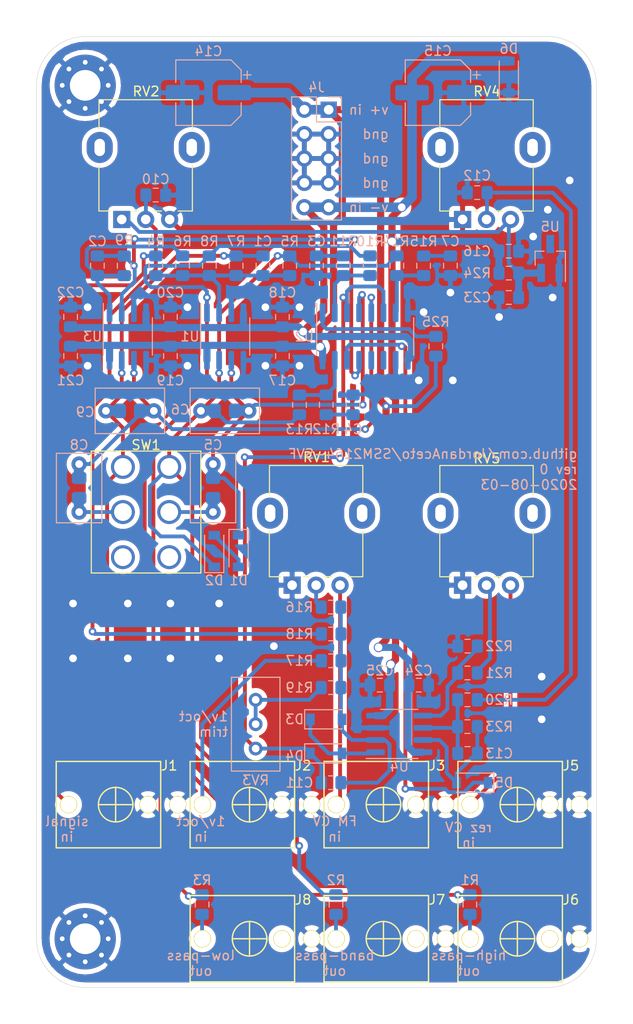
<source format=kicad_pcb>
(kicad_pcb (version 20171130) (host pcbnew 5.1.6-c6e7f7d~87~ubuntu18.04.1)
  (title_block (title "Filter Carrier Board") (date 2020-03-18) (rev 1) (comment 1 creativecommons.org/licenses/by/4.0/) (comment 2 "License: CC by 4.0") (comment 3 "Author: Jordan Aceto"))
  (layers (0 F.Cu signal) (31 B.Cu signal) (34 B.Paste user) (35 F.Paste user) (36 B.SilkS user) (37 F.SilkS user) (38 B.Mask user) (39 F.Mask user) (44 Edge.Cuts user))
  (net 0 "")
  (net 1 +12V)
  (net 2 GND)
  (net 3 -12V)
  (net 4 "Net-(J7-Pad3)")
  (net 5 "Net-(C1-Pad2)")
  (net 6 "Net-(C2-Pad2)")
  (net 7 "Net-(C2-Pad1)")
  (net 8 "Net-(C3-Pad1)")
  (net 9 "Net-(C4-Pad1)")
  (net 10 /audio_path/low_pass_out)
  (net 11 "Net-(C5-Pad2)")
  (net 12 "Net-(C5-Pad1)")
  (net 13 /audio_path/band_pass_out)
  (net 14 "Net-(C7-Pad1)")
  (net 15 "Net-(C8-Pad2)")
  (net 16 "Net-(C8-Pad1)")
  (net 17 "Net-(C10-Pad2)")
  (net 18 "Net-(C11-Pad2)")
  (net 19 /audio_path/Vfc_in)
  (net 20 "Net-(C12-Pad2)")
  (net 21 "Net-(C13-Pad2)")
  (net 22 "Net-(C13-Pad1)")
  (net 23 -5V)
  (net 24 "Net-(D1-Pad2)")
  (net 25 "Net-(D3-Pad1)")
  (net 26 /audio_path/Vrez_in)
  (net 27 /audio_path/filter_input)
  (net 28 /CV_path/1v_per_oct_in)
  (net 29 /CV_path/FM_in)
  (net 30 /CV_path/resonance_CV_in)
  (net 31 "Net-(J6-Pad3)")
  (net 32 "Net-(J6-Pad2)")
  (net 33 "Net-(J7-Pad2)")
  (net 34 "Net-(J8-Pad3)")
  (net 35 "Net-(J8-Pad2)")
  (net 36 /audio_path/high_pass_out)
  (net 37 "Net-(R10-Pad1)")
  (net 38 "Net-(R12-Pad2)")
  (net 39 "Net-(R14-Pad1)")
  (net 40 "Net-(R16-Pad2)")
  (net 41 "Net-(R19-Pad1)")
  (net 42 "Net-(R21-Pad2)")
  (net 43 "Net-(R21-Pad1)")
  (net 44 "Net-(R25-Pad2)")
  (net 45 "Net-(SW1-Pad4)")
  (net 46 "Net-(SW1-Pad1)")
  (net 47 "Net-(U2-Pad12)")
  (net 48 "Net-(U2-Pad11)")
  (module MountingHole:MountingHole_3.2mm_M3_Pad_Via (layer F.Cu) (at 107.95 140.97)
    (fp_text reference H2 hide)
    (fp_text value MountingHole_Pad)
    (pad 1 thru_hole circle (at 1.697056 -1.697056) (size 0.8 0.8) (drill 0.5) (layers *.Cu *.Mask) (net 2 GND))
    (pad 1 thru_hole circle (at 0 -2.4) (size 0.8 0.8) (drill 0.5) (layers *.Cu *.Mask) (net 2 GND))
    (pad 1 thru_hole circle (at -1.697056 -1.697056) (size 0.8 0.8) (drill 0.5) (layers *.Cu *.Mask) (net 2 GND))
    (pad 1 thru_hole circle (at -2.4 0) (size 0.8 0.8) (drill 0.5) (layers *.Cu *.Mask) (net 2 GND))
    (pad 1 thru_hole circle (at -1.697056 1.697056) (size 0.8 0.8) (drill 0.5) (layers *.Cu *.Mask) (net 2 GND))
    (pad 1 thru_hole circle (at 0 2.4) (size 0.8 0.8) (drill 0.5) (layers *.Cu *.Mask) (net 2 GND))
    (pad 1 thru_hole circle (at 1.697056 1.697056) (size 0.8 0.8) (drill 0.5) (layers *.Cu *.Mask) (net 2 GND))
    (pad 1 thru_hole circle (at 2.4 0) (size 0.8 0.8) (drill 0.5) (layers *.Cu *.Mask) (net 2 GND))
    (pad 1 thru_hole circle (at 0 0) (size 6.4 6.4) (drill 3.2) (layers *.Cu *.Mask) (net 2 GND))
  )
  (module MountingHole:MountingHole_3.2mm_M3_Pad_Via (layer F.Cu) (at 107.95 52.07)
    (fp_text reference H1 hide)
    (fp_text value MountingHole_Pad)
    (pad 1 thru_hole circle (at 1.697056 -1.697056) (size 0.8 0.8) (drill 0.5) (layers *.Cu *.Mask) (net 2 GND))
    (pad 1 thru_hole circle (at 0 -2.4) (size 0.8 0.8) (drill 0.5) (layers *.Cu *.Mask) (net 2 GND))
    (pad 1 thru_hole circle (at -1.697056 -1.697056) (size 0.8 0.8) (drill 0.5) (layers *.Cu *.Mask) (net 2 GND))
    (pad 1 thru_hole circle (at -2.4 0) (size 0.8 0.8) (drill 0.5) (layers *.Cu *.Mask) (net 2 GND))
    (pad 1 thru_hole circle (at -1.697056 1.697056) (size 0.8 0.8) (drill 0.5) (layers *.Cu *.Mask) (net 2 GND))
    (pad 1 thru_hole circle (at 0 2.4) (size 0.8 0.8) (drill 0.5) (layers *.Cu *.Mask) (net 2 GND))
    (pad 1 thru_hole circle (at 1.697056 1.697056) (size 0.8 0.8) (drill 0.5) (layers *.Cu *.Mask) (net 2 GND))
    (pad 1 thru_hole circle (at 2.4 0) (size 0.8 0.8) (drill 0.5) (layers *.Cu *.Mask) (net 2 GND))
    (pad 1 thru_hole circle (at 0 0) (size 6.4 6.4) (drill 3.2) (layers *.Cu *.Mask) (net 2 GND))
  )
  (module svf_footprints:timing_cap_dual_fp (layer B.Cu) (at 107.315 96.52 90)
    (fp_text reference C8 (at 6.985 0 180) (layer B.SilkS) (effects (justify mirror)))
    (fp_text value 22nF)
    (fp_poly (pts (xy 0.889 -0.508) (xy 0.508 -0.508) (xy 0.508 0.4445) (xy 0.889 0.4445)) (layer B.Cu) (width 0.1))
    (fp_poly (pts (xy 4.445 -0.508) (xy 4.064 -0.508) (xy 4.064 0.4445) (xy 4.445 0.4445)) (layer B.Cu) (width 0.1))
    (pad 2 smd roundrect (at 3.556 0 90) (size 1.27 1.524) (layers B.Cu B.Paste B.Mask) (net 15 "Net-(C8-Pad2)"))
    (pad 1 smd roundrect (at 1.4605 0 90) (size 1.27 1.524) (layers B.Cu B.Paste B.Mask) (net 16 "Net-(C8-Pad1)"))
    (pad 2 thru_hole circle (at 5 0 90) (size 1.6 1.6) (drill 0.8) (layers *.Cu *.Mask) (net 15 "Net-(C8-Pad2)"))
    (pad 1 thru_hole circle (at 0 0 90) (size 1.6 1.6) (drill 0.8) (layers *.Cu *.Mask) (net 16 "Net-(C8-Pad1)"))
  )
  (module svf_footprints:timing_cap_dual_fp (layer B.Cu) (at 121.285 96.52 90)
    (fp_text reference C5 (at 6.985 0 180) (layer B.SilkS) (effects (justify mirror)))
    (fp_text value 22nF)
    (fp_poly (pts (xy 0.889 -0.508) (xy 0.508 -0.508) (xy 0.508 0.4445) (xy 0.889 0.4445)) (layer B.Cu) (width 0.1))
    (fp_poly (pts (xy 4.445 -0.508) (xy 4.064 -0.508) (xy 4.064 0.4445) (xy 4.445 0.4445)) (layer B.Cu) (width 0.1))
    (pad 2 smd roundrect (at 3.556 0 90) (size 1.27 1.524) (layers B.Cu B.Paste B.Mask) (net 11 "Net-(C5-Pad2)"))
    (pad 1 smd roundrect (at 1.4605 0 90) (size 1.27 1.524) (layers B.Cu B.Paste B.Mask) (net 12 "Net-(C5-Pad1)"))
    (pad 2 thru_hole circle (at 5 0 90) (size 1.6 1.6) (drill 0.8) (layers *.Cu *.Mask) (net 11 "Net-(C5-Pad2)"))
    (pad 1 thru_hole circle (at 0 0 90) (size 1.6 1.6) (drill 0.8) (layers *.Cu *.Mask) (net 12 "Net-(C5-Pad1)"))
  )
  (module svf_footprints:timing_cap_dual_fp (layer B.Cu) (at 110.109 85.979)
    (fp_text reference C9 (at -2.159 0.127) (layer B.SilkS) (effects (justify mirror)))
    (fp_text value 220pF)
    (fp_poly (pts (xy 0.889 -0.508) (xy 0.508 -0.508) (xy 0.508 0.4445) (xy 0.889 0.4445)) (layer B.Cu) (width 0.1))
    (fp_poly (pts (xy 4.445 -0.508) (xy 4.064 -0.508) (xy 4.064 0.4445) (xy 4.445 0.4445)) (layer B.Cu) (width 0.1))
    (pad 2 smd roundrect (at 3.556 0) (size 1.27 1.524) (layers B.Cu B.Paste B.Mask) (net 15 "Net-(C8-Pad2)"))
    (pad 1 smd roundrect (at 1.4605 0) (size 1.27 1.524) (layers B.Cu B.Paste B.Mask) (net 10 /audio_path/low_pass_out))
    (pad 2 thru_hole circle (at 5 0) (size 1.6 1.6) (drill 0.8) (layers *.Cu *.Mask) (net 15 "Net-(C8-Pad2)"))
    (pad 1 thru_hole circle (at 0 0) (size 1.6 1.6) (drill 0.8) (layers *.Cu *.Mask) (net 10 /audio_path/low_pass_out))
  )
  (module svf_footprints:timing_cap_dual_fp (layer B.Cu) (at 120.015 85.979)
    (fp_text reference C6 (at -2.159 -0.127) (layer B.SilkS) (effects (justify mirror)))
    (fp_text value 220pF)
    (fp_poly (pts (xy 0.889 -0.508) (xy 0.508 -0.508) (xy 0.508 0.4445) (xy 0.889 0.4445)) (layer B.Cu) (width 0.1))
    (fp_poly (pts (xy 4.445 -0.508) (xy 4.064 -0.508) (xy 4.064 0.4445) (xy 4.445 0.4445)) (layer B.Cu) (width 0.1))
    (pad 2 smd roundrect (at 3.556 0) (size 1.27 1.524) (layers B.Cu B.Paste B.Mask) (net 11 "Net-(C5-Pad2)"))
    (pad 1 smd roundrect (at 1.4605 0) (size 1.27 1.524) (layers B.Cu B.Paste B.Mask) (net 13 /audio_path/band_pass_out))
    (pad 2 thru_hole circle (at 5 0) (size 1.6 1.6) (drill 0.8) (layers *.Cu *.Mask) (net 11 "Net-(C5-Pad2)"))
    (pad 1 thru_hole circle (at 0 0) (size 1.6 1.6) (drill 0.8) (layers *.Cu *.Mask) (net 13 /audio_path/band_pass_out))
  )
  (module Package_TO_SOT_SMD:SOT-23_Handsoldering (layer B.Cu) (at 156.464 70.104 90)
    (fp_text reference U5 (at 3.302 0 180) (layer B.SilkS) (effects (justify mirror)))
    (fp_text value LM4040DBZ-5)
    (pad 3 smd rect (at 1.5 0 90) (size 1.9 0.8) (layers B.Cu B.Paste B.Mask))
    (pad 2 smd rect (at -1.5 -0.95 90) (size 1.9 0.8) (layers B.Cu B.Paste B.Mask) (net 23 -5V))
    (pad 1 smd rect (at -1.5 0.95 90) (size 1.9 0.8) (layers B.Cu B.Paste B.Mask) (net 2 GND))
  )
  (module Package_SO:SOIC-8_3.9x4.9mm_P1.27mm (layer B.Cu) (at 140.716 119.634)
    (fp_text reference U4 (at 0 3.4) (layer B.SilkS) (effects (justify mirror)))
    (fp_text value TL072)
    (pad 8 smd roundrect (at 2.475 1.905) (size 1.95 0.6) (layers B.Cu B.Paste B.Mask) (net 1 +12V))
    (pad 7 smd roundrect (at 2.475 0.635) (size 1.95 0.6) (layers B.Cu B.Paste B.Mask) (net 22 "Net-(C13-Pad1)"))
    (pad 6 smd roundrect (at 2.475 -0.635) (size 1.95 0.6) (layers B.Cu B.Paste B.Mask) (net 21 "Net-(C13-Pad2)"))
    (pad 5 smd roundrect (at 2.475 -1.905) (size 1.95 0.6) (layers B.Cu B.Paste B.Mask) (net 43 "Net-(R21-Pad1)"))
    (pad 4 smd roundrect (at -2.475 -1.905) (size 1.95 0.6) (layers B.Cu B.Paste B.Mask) (net 3 -12V))
    (pad 3 smd roundrect (at -2.475 -0.635) (size 1.95 0.6) (layers B.Cu B.Paste B.Mask) (net 2 GND))
    (pad 2 smd roundrect (at -2.475 0.635) (size 1.95 0.6) (layers B.Cu B.Paste B.Mask) (net 18 "Net-(C11-Pad2)"))
    (pad 1 smd roundrect (at -2.475 1.905) (size 1.95 0.6) (layers B.Cu B.Paste B.Mask) (net 25 "Net-(D3-Pad1)"))
  )
  (module Package_SO:SOIC-8_3.9x4.9mm_P1.27mm (layer B.Cu) (at 112.395 78.232 270)
    (fp_text reference U3 (at 0 3.683 180) (layer B.SilkS) (effects (justify mirror)))
    (fp_text value TL072)
    (pad 8 smd roundrect (at 2.475 1.905 270) (size 1.95 0.6) (layers B.Cu B.Paste B.Mask) (net 1 +12V))
    (pad 7 smd roundrect (at 2.475 0.635 270) (size 1.95 0.6) (layers B.Cu B.Paste B.Mask) (net 10 /audio_path/low_pass_out))
    (pad 6 smd roundrect (at 2.475 -0.635 270) (size 1.95 0.6) (layers B.Cu B.Paste B.Mask) (net 15 "Net-(C8-Pad2)"))
    (pad 5 smd roundrect (at 2.475 -1.905 270) (size 1.95 0.6) (layers B.Cu B.Paste B.Mask) (net 2 GND))
    (pad 4 smd roundrect (at -2.475 -1.905 270) (size 1.95 0.6) (layers B.Cu B.Paste B.Mask) (net 3 -12V))
    (pad 3 smd roundrect (at -2.475 -0.635 270) (size 1.95 0.6) (layers B.Cu B.Paste B.Mask) (net 2 GND))
    (pad 2 smd roundrect (at -2.475 0.635 270) (size 1.95 0.6) (layers B.Cu B.Paste B.Mask) (net 7 "Net-(C2-Pad1)"))
    (pad 1 smd roundrect (at -2.475 1.905 270) (size 1.95 0.6) (layers B.Cu B.Paste B.Mask) (net 6 "Net-(C2-Pad2)"))
  )
  (module Package_SO:SOIC-16_3.9x9.9mm_P1.27mm (layer B.Cu) (at 137.16 78.232 270)
    (fp_text reference U2 (at 0 6.35 180) (layer B.SilkS) (effects (justify mirror)))
    (fp_text value SSM2164)
    (pad 16 smd roundrect (at 2.475 4.445 270) (size 1.95 0.6) (layers B.Cu B.Paste B.Mask) (net 1 +12V))
    (pad 15 smd roundrect (at 2.475 3.175 270) (size 1.95 0.6) (layers B.Cu B.Paste B.Mask) (net 38 "Net-(R12-Pad2)"))
    (pad 14 smd roundrect (at 2.475 1.905 270) (size 1.95 0.6) (layers B.Cu B.Paste B.Mask) (net 26 /audio_path/Vrez_in))
    (pad 13 smd roundrect (at 2.475 0.635 270) (size 1.95 0.6) (layers B.Cu B.Paste B.Mask) (net 7 "Net-(C2-Pad1)"))
    (pad 12 smd roundrect (at 2.475 -0.635 270) (size 1.95 0.6) (layers B.Cu B.Paste B.Mask) (net 47 "Net-(U2-Pad12)"))
    (pad 11 smd roundrect (at 2.475 -1.905 270) (size 1.95 0.6) (layers B.Cu B.Paste B.Mask) (net 48 "Net-(U2-Pad11)"))
    (pad 10 smd roundrect (at 2.475 -3.175 270) (size 1.95 0.6) (layers B.Cu B.Paste B.Mask) (net 2 GND))
    (pad 9 smd roundrect (at 2.475 -4.445 270) (size 1.95 0.6) (layers B.Cu B.Paste B.Mask) (net 3 -12V))
    (pad 8 smd roundrect (at -2.475 -4.445 270) (size 1.95 0.6) (layers B.Cu B.Paste B.Mask) (net 2 GND))
    (pad 7 smd roundrect (at -2.475 -3.175 270) (size 1.95 0.6) (layers B.Cu B.Paste B.Mask) (net 39 "Net-(R14-Pad1)"))
    (pad 6 smd roundrect (at -2.475 -1.905 270) (size 1.95 0.6) (layers B.Cu B.Paste B.Mask) (net 19 /audio_path/Vfc_in))
    (pad 5 smd roundrect (at -2.475 -0.635 270) (size 1.95 0.6) (layers B.Cu B.Paste B.Mask) (net 15 "Net-(C8-Pad2)"))
    (pad 4 smd roundrect (at -2.475 0.635 270) (size 1.95 0.6) (layers B.Cu B.Paste B.Mask) (net 11 "Net-(C5-Pad2)"))
    (pad 3 smd roundrect (at -2.475 1.905 270) (size 1.95 0.6) (layers B.Cu B.Paste B.Mask) (net 19 /audio_path/Vfc_in))
    (pad 2 smd roundrect (at -2.475 3.175 270) (size 1.95 0.6) (layers B.Cu B.Paste B.Mask) (net 37 "Net-(R10-Pad1)"))
    (pad 1 smd roundrect (at -2.475 4.445 270) (size 1.95 0.6) (layers B.Cu B.Paste B.Mask) (net 44 "Net-(R25-Pad2)"))
  )
  (module Package_SO:SOIC-8_3.9x4.9mm_P1.27mm (layer B.Cu) (at 122.555 78.232 270)
    (fp_text reference U1 (at 0 3.683 180) (layer B.SilkS) (effects (justify mirror)))
    (fp_text value TL072)
    (pad 8 smd roundrect (at 2.475 1.905 270) (size 1.95 0.6) (layers B.Cu B.Paste B.Mask) (net 1 +12V))
    (pad 7 smd roundrect (at 2.475 0.635 270) (size 1.95 0.6) (layers B.Cu B.Paste B.Mask) (net 13 /audio_path/band_pass_out))
    (pad 6 smd roundrect (at 2.475 -0.635 270) (size 1.95 0.6) (layers B.Cu B.Paste B.Mask) (net 11 "Net-(C5-Pad2)"))
    (pad 5 smd roundrect (at 2.475 -1.905 270) (size 1.95 0.6) (layers B.Cu B.Paste B.Mask) (net 2 GND))
    (pad 4 smd roundrect (at -2.475 -1.905 270) (size 1.95 0.6) (layers B.Cu B.Paste B.Mask) (net 3 -12V))
    (pad 3 smd roundrect (at -2.475 -0.635 270) (size 1.95 0.6) (layers B.Cu B.Paste B.Mask) (net 2 GND))
    (pad 2 smd roundrect (at -2.475 0.635 270) (size 1.95 0.6) (layers B.Cu B.Paste B.Mask) (net 5 "Net-(C1-Pad2)"))
    (pad 1 smd roundrect (at -2.475 1.905 270) (size 1.95 0.6) (layers B.Cu B.Paste B.Mask) (net 36 /audio_path/high_pass_out))
  )
  (module svf_footprints:DPDT_on_on (layer F.Cu) (at 114.3 96.52 180)
    (fp_text reference SW1 (at 0 6.985) (layer F.SilkS))
    (fp_text value SW_DPDT_x2)
    (pad 6 thru_hole circle (at 2.415 4.7 180) (size 2.5 2.5) (drill 1.85) (layers *.Cu *.Mask) (net 10 /audio_path/low_pass_out))
    (pad 5 thru_hole circle (at 2.415 0 180) (size 2.5 2.5) (drill 1.85) (layers *.Cu *.Mask) (net 16 "Net-(C8-Pad1)"))
    (pad 4 thru_hole circle (at 2.415 -4.7 180) (size 2.5 2.5) (drill 1.85) (layers *.Cu *.Mask) (net 45 "Net-(SW1-Pad4)"))
    (pad 3 thru_hole circle (at -2.415 4.7 180) (size 2.5 2.5) (drill 1.85) (layers *.Cu *.Mask) (net 13 /audio_path/band_pass_out))
    (pad 2 thru_hole circle (at -2.415 0 180) (size 2.5 2.5) (drill 1.85) (layers *.Cu *.Mask) (net 12 "Net-(C5-Pad1)"))
    (pad 1 thru_hole circle (at -2.415 -4.7 180) (size 2.5 2.5) (drill 1.85) (layers *.Cu *.Mask) (net 46 "Net-(SW1-Pad1)"))
  )
  (module Potentiometer_THT:Potentiometer_Alpha_RD901F-40-00D_Single_Vertical (layer F.Cu) (at 147.32 104.14 90)
    (fp_text reference RV5 (at 13.208 2.54) (layer F.SilkS))
    (fp_text value 100k)
    (pad "" thru_hole oval (at 7.5 -2.3 180) (size 2.72 3.24) (drill oval 1.1 1.8) (layers *.Cu *.Mask))
    (pad "" thru_hole oval (at 7.5 7.3 180) (size 2.72 3.24) (drill oval 1.1 1.8) (layers *.Cu *.Mask))
    (pad 3 thru_hole circle (at 0 5 180) (size 1.8 1.8) (drill 1) (layers *.Cu *.Mask) (net 30 /CV_path/resonance_CV_in))
    (pad 2 thru_hole circle (at 0 2.5 180) (size 1.8 1.8) (drill 1) (layers *.Cu *.Mask) (net 42 "Net-(R21-Pad2)"))
    (pad 1 thru_hole rect (at 0 0 180) (size 1.8 1.8) (drill 1) (layers *.Cu *.Mask) (net 2 GND))
  )
  (module Potentiometer_THT:Potentiometer_Alpha_RD901F-40-00D_Single_Vertical (layer F.Cu) (at 147.32 66.04 90)
    (fp_text reference RV4 (at 13.335 2.54) (layer F.SilkS))
    (fp_text value 10k)
    (pad "" thru_hole oval (at 7.5 -2.3 180) (size 2.72 3.24) (drill oval 1.1 1.8) (layers *.Cu *.Mask))
    (pad "" thru_hole oval (at 7.5 7.3 180) (size 2.72 3.24) (drill oval 1.1 1.8) (layers *.Cu *.Mask))
    (pad 3 thru_hole circle (at 0 5 180) (size 1.8 1.8) (drill 1) (layers *.Cu *.Mask) (net 23 -5V))
    (pad 2 thru_hole circle (at 0 2.5 180) (size 1.8 1.8) (drill 1) (layers *.Cu *.Mask) (net 20 "Net-(C12-Pad2)"))
    (pad 1 thru_hole rect (at 0 0 180) (size 1.8 1.8) (drill 1) (layers *.Cu *.Mask) (net 2 GND))
  )
  (module Potentiometer_THT:Potentiometer_Bourns_3296W_Vertical (layer B.Cu) (at 125.73 121.158 270)
    (fp_text reference RV3 (at 3.302 0 180) (layer B.SilkS) (effects (justify mirror)))
    (fp_text value 5k)
    (pad 3 thru_hole circle (at -5.08 0 270) (size 1.44 1.44) (drill 0.8) (layers *.Cu *.Mask) (net 41 "Net-(R19-Pad1)"))
    (pad 2 thru_hole circle (at -2.54 0 270) (size 1.44 1.44) (drill 0.8) (layers *.Cu *.Mask) (net 41 "Net-(R19-Pad1)"))
    (pad 1 thru_hole circle (at 0 0 270) (size 1.44 1.44) (drill 0.8) (layers *.Cu *.Mask) (net 19 /audio_path/Vfc_in))
  )
  (module Potentiometer_THT:Potentiometer_Alpha_RD901F-40-00D_Single_Vertical (layer F.Cu) (at 111.76 66.04 90)
    (fp_text reference RV2 (at 13.335 2.54) (layer F.SilkS))
    (fp_text value 10k)
    (pad "" thru_hole oval (at 7.5 -2.3 180) (size 2.72 3.24) (drill oval 1.1 1.8) (layers *.Cu *.Mask))
    (pad "" thru_hole oval (at 7.5 7.3 180) (size 2.72 3.24) (drill oval 1.1 1.8) (layers *.Cu *.Mask))
    (pad 3 thru_hole circle (at 0 5 180) (size 1.8 1.8) (drill 1) (layers *.Cu *.Mask) (net 2 GND))
    (pad 2 thru_hole circle (at 0 2.5 180) (size 1.8 1.8) (drill 1) (layers *.Cu *.Mask) (net 17 "Net-(C10-Pad2)"))
    (pad 1 thru_hole rect (at 0 0 180) (size 1.8 1.8) (drill 1) (layers *.Cu *.Mask) (net 23 -5V))
  )
  (module Potentiometer_THT:Potentiometer_Alpha_RD901F-40-00D_Single_Vertical (layer F.Cu) (at 129.54 104.14 90)
    (fp_text reference RV1 (at 13.335 2.54) (layer F.SilkS))
    (fp_text value 100k)
    (pad "" thru_hole oval (at 7.5 -2.3 180) (size 2.72 3.24) (drill oval 1.1 1.8) (layers *.Cu *.Mask))
    (pad "" thru_hole oval (at 7.5 7.3 180) (size 2.72 3.24) (drill oval 1.1 1.8) (layers *.Cu *.Mask))
    (pad 3 thru_hole circle (at 0 5 180) (size 1.8 1.8) (drill 1) (layers *.Cu *.Mask) (net 29 /CV_path/FM_in))
    (pad 2 thru_hole circle (at 0 2.5 180) (size 1.8 1.8) (drill 1) (layers *.Cu *.Mask) (net 40 "Net-(R16-Pad2)"))
    (pad 1 thru_hole rect (at 0 0 180) (size 1.8 1.8) (drill 1) (layers *.Cu *.Mask) (net 2 GND))
  )
  (module Resistor_SMD:R_0805_2012Metric_Pad1.15x1.40mm_HandSolder (layer B.Cu) (at 144.526 79.248 90)
    (fp_text reference R25 (at 2.54 0 180) (layer B.SilkS) (effects (justify mirror)))
    (fp_text value opt)
    (pad 2 smd roundrect (at 1.025 0 90) (size 1.15 1.4) (layers B.Cu B.Paste B.Mask) (roundrect_rratio 0.217391) (net 44 "Net-(R25-Pad2)"))
    (pad 1 smd roundrect (at -1.025 0 90) (size 1.15 1.4) (layers B.Cu B.Paste B.Mask) (roundrect_rratio 0.217391) (net 1 +12V))
  )
  (module Resistor_SMD:R_0805_2012Metric_Pad1.15x1.40mm_HandSolder (layer B.Cu) (at 152.146 71.628 180)
    (fp_text reference R24 (at 3.302 0) (layer B.SilkS) (effects (justify mirror)))
    (fp_text value 2k2)
    (pad 2 smd roundrect (at 1.025 0 180) (size 1.15 1.4) (layers B.Cu B.Paste B.Mask) (roundrect_rratio 0.217391) (net 3 -12V))
    (pad 1 smd roundrect (at -1.025 0 180) (size 1.15 1.4) (layers B.Cu B.Paste B.Mask) (roundrect_rratio 0.217391) (net 23 -5V))
  )
  (module Resistor_SMD:R_0805_2012Metric_Pad1.15x1.40mm_HandSolder (layer B.Cu) (at 147.828 118.872 180)
    (fp_text reference R23 (at -3.302 0) (layer B.SilkS) (effects (justify mirror)))
    (fp_text value 33k)
    (pad 2 smd roundrect (at 1.025 0 180) (size 1.15 1.4) (layers B.Cu B.Paste B.Mask) (roundrect_rratio 0.217391) (net 21 "Net-(C13-Pad2)"))
    (pad 1 smd roundrect (at -1.025 0 180) (size 1.15 1.4) (layers B.Cu B.Paste B.Mask) (roundrect_rratio 0.217391) (net 22 "Net-(C13-Pad1)"))
  )
  (module Resistor_SMD:R_0805_2012Metric_Pad1.15x1.40mm_HandSolder (layer B.Cu) (at 147.837 110.49)
    (fp_text reference R22 (at 3.293 0) (layer B.SilkS) (effects (justify mirror)))
    (fp_text value 68k)
    (pad 2 smd roundrect (at 1.025 0) (size 1.15 1.4) (layers B.Cu B.Paste B.Mask) (roundrect_rratio 0.217391) (net 43 "Net-(R21-Pad1)"))
    (pad 1 smd roundrect (at -1.025 0) (size 1.15 1.4) (layers B.Cu B.Paste B.Mask) (roundrect_rratio 0.217391) (net 2 GND))
  )
  (module Resistor_SMD:R_0805_2012Metric_Pad1.15x1.40mm_HandSolder (layer B.Cu) (at 147.828 113.284)
    (fp_text reference R21 (at 3.302 0) (layer B.SilkS) (effects (justify mirror)))
    (fp_text value 100k)
    (pad 2 smd roundrect (at 1.025 0) (size 1.15 1.4) (layers B.Cu B.Paste B.Mask) (roundrect_rratio 0.217391) (net 42 "Net-(R21-Pad2)"))
    (pad 1 smd roundrect (at -1.025 0) (size 1.15 1.4) (layers B.Cu B.Paste B.Mask) (roundrect_rratio 0.217391) (net 43 "Net-(R21-Pad1)"))
  )
  (module Resistor_SMD:R_0805_2012Metric_Pad1.15x1.40mm_HandSolder (layer B.Cu) (at 147.828 116.078)
    (fp_text reference R20 (at 3.302 0) (layer B.SilkS) (effects (justify mirror)))
    (fp_text value 100k)
    (pad 2 smd roundrect (at 1.025 0) (size 1.15 1.4) (layers B.Cu B.Paste B.Mask) (roundrect_rratio 0.217391) (net 20 "Net-(C12-Pad2)"))
    (pad 1 smd roundrect (at -1.025 0) (size 1.15 1.4) (layers B.Cu B.Paste B.Mask) (roundrect_rratio 0.217391) (net 21 "Net-(C13-Pad2)"))
  )
  (module Resistor_SMD:R_0805_2012Metric_Pad1.15x1.40mm_HandSolder (layer B.Cu) (at 133.604 114.808)
    (fp_text reference R19 (at -3.302 0) (layer B.SilkS) (effects (justify mirror)))
    (fp_text value 18k)
    (pad 2 smd roundrect (at 1.025 0) (size 1.15 1.4) (layers B.Cu B.Paste B.Mask) (roundrect_rratio 0.217391) (net 18 "Net-(C11-Pad2)"))
    (pad 1 smd roundrect (at -1.025 0) (size 1.15 1.4) (layers B.Cu B.Paste B.Mask) (roundrect_rratio 0.217391) (net 41 "Net-(R19-Pad1)"))
  )
  (module Resistor_SMD:R_0805_2012Metric_Pad1.15x1.40mm_HandSolder (layer B.Cu) (at 133.613 109.22 180)
    (fp_text reference R18 (at 3.302 0) (layer B.SilkS) (effects (justify mirror)))
    (fp_text value 51k)
    (pad 2 smd roundrect (at 1.025 0 180) (size 1.15 1.4) (layers B.Cu B.Paste B.Mask) (roundrect_rratio 0.217391) (net 17 "Net-(C10-Pad2)"))
    (pad 1 smd roundrect (at -1.025 0 180) (size 1.15 1.4) (layers B.Cu B.Paste B.Mask) (roundrect_rratio 0.217391) (net 18 "Net-(C11-Pad2)"))
  )
  (module Resistor_SMD:R_0805_2012Metric_Pad1.15x1.40mm_HandSolder (layer B.Cu) (at 133.613 112.014 180)
    (fp_text reference R17 (at 3.302 0) (layer B.SilkS) (effects (justify mirror)))
    (fp_text value 100k)
    (pad 2 smd roundrect (at 1.025 0 180) (size 1.15 1.4) (layers B.Cu B.Paste B.Mask) (roundrect_rratio 0.217391) (net 28 /CV_path/1v_per_oct_in))
    (pad 1 smd roundrect (at -1.025 0 180) (size 1.15 1.4) (layers B.Cu B.Paste B.Mask) (roundrect_rratio 0.217391) (net 18 "Net-(C11-Pad2)"))
  )
  (module Resistor_SMD:R_0805_2012Metric_Pad1.15x1.40mm_HandSolder (layer B.Cu) (at 133.595 106.426 180)
    (fp_text reference R16 (at 3.302 0) (layer B.SilkS) (effects (justify mirror)))
    (fp_text value 100k)
    (pad 2 smd roundrect (at 1.025 0 180) (size 1.15 1.4) (layers B.Cu B.Paste B.Mask) (roundrect_rratio 0.217391) (net 40 "Net-(R16-Pad2)"))
    (pad 1 smd roundrect (at -1.025 0 180) (size 1.15 1.4) (layers B.Cu B.Paste B.Mask) (roundrect_rratio 0.217391) (net 18 "Net-(C11-Pad2)"))
  )
  (module Resistor_SMD:R_0805_2012Metric_Pad1.15x1.40mm_HandSolder (layer B.Cu) (at 143.256 70.866 270)
    (fp_text reference R15 (at -2.54 0 180) (layer B.SilkS) (effects (justify mirror)))
    (fp_text value 510)
    (pad 2 smd roundrect (at 1.025 0 270) (size 1.15 1.4) (layers B.Cu B.Paste B.Mask) (roundrect_rratio 0.217391) (net 39 "Net-(R14-Pad1)"))
    (pad 1 smd roundrect (at -1.025 0 270) (size 1.15 1.4) (layers B.Cu B.Paste B.Mask) (roundrect_rratio 0.217391) (net 14 "Net-(C7-Pad1)"))
  )
  (module Resistor_SMD:R_0805_2012Metric_Pad1.15x1.40mm_HandSolder (layer B.Cu) (at 140.462 70.857 90)
    (fp_text reference R14 (at 2.54 -0.127 180) (layer B.SilkS) (effects (justify mirror)))
    (fp_text value 30k)
    (pad 2 smd roundrect (at 1.025 0 90) (size 1.15 1.4) (layers B.Cu B.Paste B.Mask) (roundrect_rratio 0.217391) (net 13 /audio_path/band_pass_out))
    (pad 1 smd roundrect (at -1.025 0 90) (size 1.15 1.4) (layers B.Cu B.Paste B.Mask) (roundrect_rratio 0.217391) (net 39 "Net-(R14-Pad1)"))
  )
  (module Resistor_SMD:R_0805_2012Metric_Pad1.15x1.40mm_HandSolder (layer B.Cu) (at 130.302 85.353 90)
    (fp_text reference R13 (at -2.54 0 180) (layer B.SilkS) (effects (justify mirror)))
    (fp_text value 30k)
    (pad 2 smd roundrect (at 1.025 0 90) (size 1.15 1.4) (layers B.Cu B.Paste B.Mask) (roundrect_rratio 0.217391) (net 38 "Net-(R12-Pad2)"))
    (pad 1 smd roundrect (at -1.025 0 90) (size 1.15 1.4) (layers B.Cu B.Paste B.Mask) (roundrect_rratio 0.217391) (net 13 /audio_path/band_pass_out))
  )
  (module Resistor_SMD:R_0805_2012Metric_Pad1.15x1.40mm_HandSolder (layer B.Cu) (at 133.096 85.344 90)
    (fp_text reference R12 (at -2.54 0 180) (layer B.SilkS) (effects (justify mirror)))
    (fp_text value 510)
    (pad 2 smd roundrect (at 1.025 0 90) (size 1.15 1.4) (layers B.Cu B.Paste B.Mask) (roundrect_rratio 0.217391) (net 38 "Net-(R12-Pad2)"))
    (pad 1 smd roundrect (at -1.025 0 90) (size 1.15 1.4) (layers B.Cu B.Paste B.Mask) (roundrect_rratio 0.217391) (net 9 "Net-(C4-Pad1)"))
  )
  (module Resistor_SMD:R_0805_2012Metric_Pad1.15x1.40mm_HandSolder (layer B.Cu) (at 134.874 70.857 270)
    (fp_text reference R11 (at -2.54 0 180) (layer B.SilkS) (effects (justify mirror)))
    (fp_text value 510)
    (pad 2 smd roundrect (at 1.025 0 270) (size 1.15 1.4) (layers B.Cu B.Paste B.Mask) (roundrect_rratio 0.217391) (net 37 "Net-(R10-Pad1)"))
    (pad 1 smd roundrect (at -1.025 0 270) (size 1.15 1.4) (layers B.Cu B.Paste B.Mask) (roundrect_rratio 0.217391) (net 8 "Net-(C3-Pad1)"))
  )
  (module Resistor_SMD:R_0805_2012Metric_Pad1.15x1.40mm_HandSolder (layer B.Cu) (at 137.668 70.857 90)
    (fp_text reference R10 (at 2.54 0 180) (layer B.SilkS) (effects (justify mirror)))
    (fp_text value 30k)
    (pad 2 smd roundrect (at 1.025 0 90) (size 1.15 1.4) (layers B.Cu B.Paste B.Mask) (roundrect_rratio 0.217391) (net 36 /audio_path/high_pass_out))
    (pad 1 smd roundrect (at -1.025 0 90) (size 1.15 1.4) (layers B.Cu B.Paste B.Mask) (roundrect_rratio 0.217391) (net 37 "Net-(R10-Pad1)"))
  )
  (module Resistor_SMD:R_0805_2012Metric_Pad1.15x1.40mm_HandSolder (layer B.Cu) (at 112.014 70.866 270)
    (fp_text reference R9 (at -2.667 0 180) (layer B.SilkS) (effects (justify mirror)))
    (fp_text value 30k)
    (pad 2 smd roundrect (at 1.025 0 270) (size 1.15 1.4) (layers B.Cu B.Paste B.Mask) (roundrect_rratio 0.217391) (net 6 "Net-(C2-Pad2)"))
    (pad 1 smd roundrect (at -1.025 0 270) (size 1.15 1.4) (layers B.Cu B.Paste B.Mask) (roundrect_rratio 0.217391) (net 7 "Net-(C2-Pad1)"))
  )
  (module Resistor_SMD:R_0805_2012Metric_Pad1.15x1.40mm_HandSolder (layer B.Cu) (at 120.904 70.857 270)
    (fp_text reference R8 (at -2.54 0 180) (layer B.SilkS) (effects (justify mirror)))
    (fp_text value 30k)
    (pad 2 smd roundrect (at 1.025 0 270) (size 1.15 1.4) (layers B.Cu B.Paste B.Mask) (roundrect_rratio 0.217391) (net 5 "Net-(C1-Pad2)"))
    (pad 1 smd roundrect (at -1.025 0 270) (size 1.15 1.4) (layers B.Cu B.Paste B.Mask) (roundrect_rratio 0.217391) (net 36 /audio_path/high_pass_out))
  )
  (module Resistor_SMD:R_0805_2012Metric_Pad1.15x1.40mm_HandSolder (layer B.Cu) (at 123.698 70.857 270)
    (fp_text reference R7 (at -2.54 0 180) (layer B.SilkS) (effects (justify mirror)))
    (fp_text value 30k)
    (pad 2 smd roundrect (at 1.025 0 270) (size 1.15 1.4) (layers B.Cu B.Paste B.Mask) (roundrect_rratio 0.217391) (net 5 "Net-(C1-Pad2)"))
    (pad 1 smd roundrect (at -1.025 0 270) (size 1.15 1.4) (layers B.Cu B.Paste B.Mask) (roundrect_rratio 0.217391) (net 10 /audio_path/low_pass_out))
  )
  (module Resistor_SMD:R_0805_2012Metric_Pad1.15x1.40mm_HandSolder (layer B.Cu) (at 118.11 70.857 270)
    (fp_text reference R6 (at -2.54 0 180) (layer B.SilkS) (effects (justify mirror)))
    (fp_text value 15k)
    (pad 2 smd roundrect (at 1.025 0 270) (size 1.15 1.4) (layers B.Cu B.Paste B.Mask) (roundrect_rratio 0.217391) (net 5 "Net-(C1-Pad2)"))
    (pad 1 smd roundrect (at -1.025 0 270) (size 1.15 1.4) (layers B.Cu B.Paste B.Mask) (roundrect_rratio 0.217391) (net 6 "Net-(C2-Pad2)"))
  )
  (module Resistor_SMD:R_0805_2012Metric_Pad1.15x1.40mm_HandSolder (layer B.Cu) (at 129.286 70.866 270)
    (fp_text reference R5 (at -2.54 0 180) (layer B.SilkS) (effects (justify mirror)))
    (fp_text value 150k)
    (pad 2 smd roundrect (at 1.025 0 270) (size 1.15 1.4) (layers B.Cu B.Paste B.Mask) (roundrect_rratio 0.217391) (net 5 "Net-(C1-Pad2)"))
    (pad 1 smd roundrect (at -1.025 0 270) (size 1.15 1.4) (layers B.Cu B.Paste B.Mask) (roundrect_rratio 0.217391) (net 13 /audio_path/band_pass_out))
  )
  (module Resistor_SMD:R_0805_2012Metric_Pad1.15x1.40mm_HandSolder (layer B.Cu) (at 115.316 70.866 90)
    (fp_text reference R4 (at 2.54 0 180) (layer B.SilkS) (effects (justify mirror)))
    (fp_text value 30k)
    (pad 2 smd roundrect (at 1.025 0 90) (size 1.15 1.4) (layers B.Cu B.Paste B.Mask) (roundrect_rratio 0.217391) (net 27 /audio_path/filter_input))
    (pad 1 smd roundrect (at -1.025 0 90) (size 1.15 1.4) (layers B.Cu B.Paste B.Mask) (roundrect_rratio 0.217391) (net 5 "Net-(C1-Pad2)"))
  )
  (module Resistor_SMD:R_0805_2012Metric_Pad1.15x1.40mm_HandSolder (layer B.Cu) (at 120.142 137.405 90)
    (fp_text reference R3 (at 2.531 0 180) (layer B.SilkS) (effects (justify mirror)))
    (fp_text value 1k)
    (pad 2 smd roundrect (at 1.025 0 90) (size 1.15 1.4) (layers B.Cu B.Paste B.Mask) (roundrect_rratio 0.217391) (net 10 /audio_path/low_pass_out))
    (pad 1 smd roundrect (at -1.025 0 90) (size 1.15 1.4) (layers B.Cu B.Paste B.Mask) (roundrect_rratio 0.217391) (net 34 "Net-(J8-Pad3)"))
  )
  (module Resistor_SMD:R_0805_2012Metric_Pad1.15x1.40mm_HandSolder (layer B.Cu) (at 134.112 137.405 90)
    (fp_text reference R2 (at 2.531 0 180) (layer B.SilkS) (effects (justify mirror)))
    (fp_text value 1k)
    (pad 2 smd roundrect (at 1.025 0 90) (size 1.15 1.4) (layers B.Cu B.Paste B.Mask) (roundrect_rratio 0.217391) (net 13 /audio_path/band_pass_out))
    (pad 1 smd roundrect (at -1.025 0 90) (size 1.15 1.4) (layers B.Cu B.Paste B.Mask) (roundrect_rratio 0.217391) (net 4 "Net-(J7-Pad3)"))
  )
  (module Resistor_SMD:R_0805_2012Metric_Pad1.15x1.40mm_HandSolder (layer B.Cu) (at 148.082 137.405 90)
    (fp_text reference R1 (at 2.531 0 180) (layer B.SilkS) (effects (justify mirror)))
    (fp_text value 1k)
    (pad 2 smd roundrect (at 1.025 0 90) (size 1.15 1.4) (layers B.Cu B.Paste B.Mask) (roundrect_rratio 0.217391) (net 36 /audio_path/high_pass_out))
    (pad 1 smd roundrect (at -1.025 0 90) (size 1.15 1.4) (layers B.Cu B.Paste B.Mask) (roundrect_rratio 0.217391) (net 31 "Net-(J6-Pad3)"))
  )
  (module svf_footprints:PJ301M-12 (layer F.Cu) (at 125.095 140.97 90)
    (fp_text reference J8 (at 4.064 5.588 180) (layer F.SilkS))
    (fp_text value PJ301M-12)
    (pad 3 thru_hole circle (at 0 -4.92 90) (size 1.8 1.8) (drill 1.6) (layers *.Cu *.Mask F.SilkS) (net 34 "Net-(J8-Pad3)"))
    (pad 1 thru_hole circle (at 0 6.48 90) (size 1.8 1.8) (drill 1.6) (layers *.Cu *.Mask F.SilkS) (net 2 GND))
    (pad 2 thru_hole circle (at 0 3.38 90) (size 1.8 1.8) (drill 1.6) (layers *.Cu *.Mask F.SilkS) (net 35 "Net-(J8-Pad2)"))
  )
  (module svf_footprints:PJ301M-12 (layer F.Cu) (at 139.065 140.97 90)
    (fp_text reference J7 (at 4.064 5.588 180) (layer F.SilkS))
    (fp_text value PJ301M-12)
    (pad 3 thru_hole circle (at 0 -4.92 90) (size 1.8 1.8) (drill 1.6) (layers *.Cu *.Mask F.SilkS) (net 4 "Net-(J7-Pad3)"))
    (pad 1 thru_hole circle (at 0 6.48 90) (size 1.8 1.8) (drill 1.6) (layers *.Cu *.Mask F.SilkS) (net 2 GND))
    (pad 2 thru_hole circle (at 0 3.38 90) (size 1.8 1.8) (drill 1.6) (layers *.Cu *.Mask F.SilkS) (net 33 "Net-(J7-Pad2)"))
  )
  (module svf_footprints:PJ301M-12 (layer F.Cu) (at 153.035 140.97 90)
    (fp_text reference J6 (at 4.064 5.588 180) (layer F.SilkS))
    (fp_text value PJ301M-12)
    (pad 3 thru_hole circle (at 0 -4.92 90) (size 1.8 1.8) (drill 1.6) (layers *.Cu *.Mask F.SilkS) (net 31 "Net-(J6-Pad3)"))
    (pad 1 thru_hole circle (at 0 6.48 90) (size 1.8 1.8) (drill 1.6) (layers *.Cu *.Mask F.SilkS) (net 2 GND))
    (pad 2 thru_hole circle (at 0 3.38 90) (size 1.8 1.8) (drill 1.6) (layers *.Cu *.Mask F.SilkS) (net 32 "Net-(J6-Pad2)"))
  )
  (module svf_footprints:PJ301M-12 (layer F.Cu) (at 153.035 127 90)
    (fp_text reference J5 (at 4.064 5.588 180) (layer F.SilkS))
    (fp_text value PJ301M-12)
    (pad 3 thru_hole circle (at 0 -4.92 90) (size 1.8 1.8) (drill 1.6) (layers *.Cu *.Mask F.SilkS) (net 30 /CV_path/resonance_CV_in))
    (pad 1 thru_hole circle (at 0 6.48 90) (size 1.8 1.8) (drill 1.6) (layers *.Cu *.Mask F.SilkS) (net 2 GND))
    (pad 2 thru_hole circle (at 0 3.38 90) (size 1.8 1.8) (drill 1.6) (layers *.Cu *.Mask F.SilkS) (net 2 GND))
  )
  (module Connector_PinHeader_2.54mm:PinHeader_2x05_P2.54mm_Vertical (layer B.Cu) (at 133.35 54.61 180)
    (fp_text reference J4 (at 1.27 2.33) (layer B.SilkS) (effects (justify mirror)))
    (fp_text value power_in)
    (pad 10 thru_hole oval (at 2.54 -10.16 180) (size 1.7 1.7) (drill 1) (layers *.Cu *.Mask) (net 3 -12V))
    (pad 9 thru_hole oval (at 0 -10.16 180) (size 1.7 1.7) (drill 1) (layers *.Cu *.Mask) (net 3 -12V))
    (pad 8 thru_hole oval (at 2.54 -7.62 180) (size 1.7 1.7) (drill 1) (layers *.Cu *.Mask) (net 2 GND))
    (pad 7 thru_hole oval (at 0 -7.62 180) (size 1.7 1.7) (drill 1) (layers *.Cu *.Mask) (net 2 GND))
    (pad 6 thru_hole oval (at 2.54 -5.08 180) (size 1.7 1.7) (drill 1) (layers *.Cu *.Mask) (net 2 GND))
    (pad 5 thru_hole oval (at 0 -5.08 180) (size 1.7 1.7) (drill 1) (layers *.Cu *.Mask) (net 2 GND))
    (pad 4 thru_hole oval (at 2.54 -2.54 180) (size 1.7 1.7) (drill 1) (layers *.Cu *.Mask) (net 2 GND))
    (pad 3 thru_hole oval (at 0 -2.54 180) (size 1.7 1.7) (drill 1) (layers *.Cu *.Mask) (net 2 GND))
    (pad 2 thru_hole oval (at 2.54 0 180) (size 1.7 1.7) (drill 1) (layers *.Cu *.Mask) (net 1 +12V))
    (pad 1 thru_hole rect (at 0 0 180) (size 1.7 1.7) (drill 1) (layers *.Cu *.Mask) (net 1 +12V))
  )
  (module svf_footprints:PJ301M-12 (layer F.Cu) (at 139.065 127 90)
    (fp_text reference J3 (at 4.064 5.588 180) (layer F.SilkS))
    (fp_text value PJ301M-12)
    (pad 3 thru_hole circle (at 0 -4.92 90) (size 1.8 1.8) (drill 1.6) (layers *.Cu *.Mask F.SilkS) (net 29 /CV_path/FM_in))
    (pad 1 thru_hole circle (at 0 6.48 90) (size 1.8 1.8) (drill 1.6) (layers *.Cu *.Mask F.SilkS) (net 2 GND))
    (pad 2 thru_hole circle (at 0 3.38 90) (size 1.8 1.8) (drill 1.6) (layers *.Cu *.Mask F.SilkS) (net 2 GND))
  )
  (module svf_footprints:PJ301M-12 (layer F.Cu) (at 125.095 127 90)
    (fp_text reference J2 (at 4.064 5.588 180) (layer F.SilkS))
    (fp_text value PJ301M-12)
    (pad 3 thru_hole circle (at 0 -4.92 90) (size 1.8 1.8) (drill 1.6) (layers *.Cu *.Mask F.SilkS) (net 28 /CV_path/1v_per_oct_in))
    (pad 1 thru_hole circle (at 0 6.48 90) (size 1.8 1.8) (drill 1.6) (layers *.Cu *.Mask F.SilkS) (net 2 GND))
    (pad 2 thru_hole circle (at 0 3.38 90) (size 1.8 1.8) (drill 1.6) (layers *.Cu *.Mask F.SilkS) (net 2 GND))
  )
  (module svf_footprints:PJ301M-12 (layer F.Cu) (at 111.125 127 90)
    (fp_text reference J1 (at 4.064 5.588 180) (layer F.SilkS))
    (fp_text value PJ301M-12)
    (pad 3 thru_hole circle (at 0 -4.92 90) (size 1.8 1.8) (drill 1.6) (layers *.Cu *.Mask F.SilkS) (net 27 /audio_path/filter_input))
    (pad 1 thru_hole circle (at 0 6.48 90) (size 1.8 1.8) (drill 1.6) (layers *.Cu *.Mask F.SilkS) (net 2 GND))
    (pad 2 thru_hole circle (at 0 3.38 90) (size 1.8 1.8) (drill 1.6) (layers *.Cu *.Mask F.SilkS) (net 2 GND))
  )
  (module Diode_SMD:D_SOD-123 (layer B.Cu) (at 152.146 51.18 90)
    (fp_text reference D6 (at 2.922 0 180) (layer B.SilkS) (effects (justify mirror)))
    (fp_text value BAT48)
    (pad 2 smd rect (at 1.65 0 90) (size 0.9 1.2) (layers B.Cu B.Paste B.Mask) (net 3 -12V))
    (pad 1 smd rect (at -1.65 0 90) (size 0.9 1.2) (layers B.Cu B.Paste B.Mask) (net 2 GND))
  )
  (module Diode_SMD:D_SOD-123 (layer B.Cu) (at 148.336 124.714 180)
    (fp_text reference D5 (at -3.302 0) (layer B.SilkS) (effects (justify mirror)))
    (fp_text value BAT48)
    (pad 2 smd rect (at 1.65 0 180) (size 0.9 1.2) (layers B.Cu B.Paste B.Mask) (net 22 "Net-(C13-Pad1)"))
    (pad 1 smd rect (at -1.65 0 180) (size 0.9 1.2) (layers B.Cu B.Paste B.Mask) (net 26 /audio_path/Vrez_in))
  )
  (module Diode_SMD:D_SOD-123 (layer B.Cu) (at 133.096 121.666)
    (fp_text reference D4 (at -3.302 0.254) (layer B.SilkS) (effects (justify mirror)))
    (fp_text value 1N4148W)
    (pad 2 smd rect (at 1.65 0) (size 0.9 1.2) (layers B.Cu B.Paste B.Mask) (net 25 "Net-(D3-Pad1)"))
    (pad 1 smd rect (at -1.65 0) (size 0.9 1.2) (layers B.Cu B.Paste B.Mask) (net 19 /audio_path/Vfc_in))
  )
  (module Diode_SMD:D_SOD-123 (layer B.Cu) (at 133.096 118.11)
    (fp_text reference D3 (at -3.302 0) (layer B.SilkS) (effects (justify mirror)))
    (fp_text value 1N4148W)
    (pad 2 smd rect (at 1.65 0) (size 0.9 1.2) (layers B.Cu B.Paste B.Mask) (net 18 "Net-(C11-Pad2)"))
    (pad 1 smd rect (at -1.65 0) (size 0.9 1.2) (layers B.Cu B.Paste B.Mask) (net 25 "Net-(D3-Pad1)"))
  )
  (module Diode_SMD:D_SOD-123 (layer B.Cu) (at 121.412 100.584 90)
    (fp_text reference D2 (at -3.048 0) (layer B.SilkS) (effects (justify mirror)))
    (fp_text value 6z2)
    (pad 2 smd rect (at 1.65 0 90) (size 0.9 1.2) (layers B.Cu B.Paste B.Mask) (net 24 "Net-(D1-Pad2)"))
    (pad 1 smd rect (at -1.65 0 90) (size 0.9 1.2) (layers B.Cu B.Paste B.Mask) (net 13 /audio_path/band_pass_out))
  )
  (module Diode_SMD:D_SOD-123 (layer B.Cu) (at 123.952 100.584 270)
    (fp_text reference D1 (at 3.048 0) (layer B.SilkS) (effects (justify mirror)))
    (fp_text value 6z2)
    (pad 2 smd rect (at 1.65 0 270) (size 0.9 1.2) (layers B.Cu B.Paste B.Mask) (net 24 "Net-(D1-Pad2)"))
    (pad 1 smd rect (at -1.65 0 270) (size 0.9 1.2) (layers B.Cu B.Paste B.Mask) (net 11 "Net-(C5-Pad2)"))
  )
  (module Capacitor_SMD:C_0805_2012Metric_Pad1.15x1.40mm_HandSolder (layer B.Cu) (at 138.684 114.554)
    (fp_text reference C25 (at 0 -1.524) (layer B.SilkS) (effects (justify mirror)))
    (fp_text value 100nF)
    (pad 2 smd roundrect (at 1.025 0) (size 1.15 1.4) (layers B.Cu B.Paste B.Mask) (roundrect_rratio 0.217391) (net 3 -12V))
    (pad 1 smd roundrect (at -1.025 0) (size 1.15 1.4) (layers B.Cu B.Paste B.Mask) (roundrect_rratio 0.217391) (net 2 GND))
  )
  (module Capacitor_SMD:C_0805_2012Metric_Pad1.15x1.40mm_HandSolder (layer B.Cu) (at 142.748 114.554)
    (fp_text reference C24 (at 0 -1.524) (layer B.SilkS) (effects (justify mirror)))
    (fp_text value 100nF)
    (pad 2 smd roundrect (at 1.025 0) (size 1.15 1.4) (layers B.Cu B.Paste B.Mask) (roundrect_rratio 0.217391) (net 2 GND))
    (pad 1 smd roundrect (at -1.025 0) (size 1.15 1.4) (layers B.Cu B.Paste B.Mask) (roundrect_rratio 0.217391) (net 1 +12V))
  )
  (module Capacitor_SMD:C_0805_2012Metric_Pad1.15x1.40mm_HandSolder (layer B.Cu) (at 152.137 74.168)
    (fp_text reference C23 (at -3.293 0) (layer B.SilkS) (effects (justify mirror)))
    (fp_text value 100nF)
    (pad 2 smd roundrect (at 1.025 0) (size 1.15 1.4) (layers B.Cu B.Paste B.Mask) (roundrect_rratio 0.217391) (net 23 -5V))
    (pad 1 smd roundrect (at -1.025 0) (size 1.15 1.4) (layers B.Cu B.Paste B.Mask) (roundrect_rratio 0.217391) (net 2 GND))
  )
  (module Capacitor_SMD:C_0805_2012Metric_Pad1.15x1.40mm_HandSolder (layer B.Cu) (at 106.426 76.191 270)
    (fp_text reference C22 (at -2.54 0 180) (layer B.SilkS) (effects (justify mirror)))
    (fp_text value 100nF)
    (pad 2 smd roundrect (at 1.025 0 270) (size 1.15 1.4) (layers B.Cu B.Paste B.Mask) (roundrect_rratio 0.217391) (net 3 -12V))
    (pad 1 smd roundrect (at -1.025 0 270) (size 1.15 1.4) (layers B.Cu B.Paste B.Mask) (roundrect_rratio 0.217391) (net 2 GND))
  )
  (module Capacitor_SMD:C_0805_2012Metric_Pad1.15x1.40mm_HandSolder (layer B.Cu) (at 106.426 80.273 270)
    (fp_text reference C21 (at 2.531 0 180) (layer B.SilkS) (effects (justify mirror)))
    (fp_text value 100nF)
    (pad 2 smd roundrect (at 1.025 0 270) (size 1.15 1.4) (layers B.Cu B.Paste B.Mask) (roundrect_rratio 0.217391) (net 2 GND))
    (pad 1 smd roundrect (at -1.025 0 270) (size 1.15 1.4) (layers B.Cu B.Paste B.Mask) (roundrect_rratio 0.217391) (net 1 +12V))
  )
  (module Capacitor_SMD:C_0805_2012Metric_Pad1.15x1.40mm_HandSolder (layer B.Cu) (at 116.84 76.191 270)
    (fp_text reference C20 (at -2.531 0 180) (layer B.SilkS) (effects (justify mirror)))
    (fp_text value 100nF)
    (pad 2 smd roundrect (at 1.025 0 270) (size 1.15 1.4) (layers B.Cu B.Paste B.Mask) (roundrect_rratio 0.217391) (net 3 -12V))
    (pad 1 smd roundrect (at -1.025 0 270) (size 1.15 1.4) (layers B.Cu B.Paste B.Mask) (roundrect_rratio 0.217391) (net 2 GND))
  )
  (module Capacitor_SMD:C_0805_2012Metric_Pad1.15x1.40mm_HandSolder (layer B.Cu) (at 116.84 80.273 270)
    (fp_text reference C19 (at 2.54 0 180) (layer B.SilkS) (effects (justify mirror)))
    (fp_text value 100nF)
    (pad 2 smd roundrect (at 1.025 0 270) (size 1.15 1.4) (layers B.Cu B.Paste B.Mask) (roundrect_rratio 0.217391) (net 2 GND))
    (pad 1 smd roundrect (at -1.025 0 270) (size 1.15 1.4) (layers B.Cu B.Paste B.Mask) (roundrect_rratio 0.217391) (net 1 +12V))
  )
  (module Capacitor_SMD:C_0805_2012Metric_Pad1.15x1.40mm_HandSolder (layer B.Cu) (at 128.524 76.2 270)
    (fp_text reference C18 (at -2.54 0 180) (layer B.SilkS) (effects (justify mirror)))
    (fp_text value 100nF)
    (pad 2 smd roundrect (at 1.025 0 270) (size 1.15 1.4) (layers B.Cu B.Paste B.Mask) (roundrect_rratio 0.217391) (net 3 -12V))
    (pad 1 smd roundrect (at -1.025 0 270) (size 1.15 1.4) (layers B.Cu B.Paste B.Mask) (roundrect_rratio 0.217391) (net 2 GND))
  )
  (module Capacitor_SMD:C_0805_2012Metric_Pad1.15x1.40mm_HandSolder (layer B.Cu) (at 128.524 80.273 270)
    (fp_text reference C17 (at 2.54 0 180) (layer B.SilkS) (effects (justify mirror)))
    (fp_text value 100nF)
    (pad 2 smd roundrect (at 1.025 0 270) (size 1.15 1.4) (layers B.Cu B.Paste B.Mask) (roundrect_rratio 0.217391) (net 2 GND))
    (pad 1 smd roundrect (at -1.025 0 270) (size 1.15 1.4) (layers B.Cu B.Paste B.Mask) (roundrect_rratio 0.217391) (net 1 +12V))
  )
  (module Capacitor_SMD:C_0805_2012Metric_Pad1.15x1.40mm_HandSolder (layer B.Cu) (at 152.137 69.342 180)
    (fp_text reference C16 (at 3.302 0) (layer B.SilkS) (effects (justify mirror)))
    (fp_text value 100nF)
    (pad 2 smd roundrect (at 1.025 0 180) (size 1.15 1.4) (layers B.Cu B.Paste B.Mask) (roundrect_rratio 0.217391) (net 3 -12V))
    (pad 1 smd roundrect (at -1.025 0 180) (size 1.15 1.4) (layers B.Cu B.Paste B.Mask) (roundrect_rratio 0.217391) (net 2 GND))
  )
  (module Capacitor_SMD:CP_Elec_6.3x5.4_Nichicon (layer B.Cu) (at 144.747 52.832 180)
    (fp_text reference C15 (at 0 4.35) (layer B.SilkS) (effects (justify mirror)))
    (fp_text value 10uF)
    (pad 2 smd roundrect (at 2.7 0 180) (size 3.5 1.6) (layers B.Cu B.Paste B.Mask) (roundrect_rratio 0.15625) (net 3 -12V))
    (pad 1 smd roundrect (at -2.7 0 180) (size 3.5 1.6) (layers B.Cu B.Paste B.Mask) (roundrect_rratio 0.15625) (net 2 GND))
  )
  (module Capacitor_SMD:CP_Elec_6.3x5.4_Nichicon (layer B.Cu) (at 120.81 52.832 180)
    (fp_text reference C14 (at 0 4.318) (layer B.SilkS) (effects (justify mirror)))
    (fp_text value 10uF)
    (pad 2 smd roundrect (at 2.7 0 180) (size 3.5 1.6) (layers B.Cu B.Paste B.Mask) (roundrect_rratio 0.15625) (net 2 GND))
    (pad 1 smd roundrect (at -2.7 0 180) (size 3.5 1.6) (layers B.Cu B.Paste B.Mask) (roundrect_rratio 0.15625) (net 1 +12V))
  )
  (module Capacitor_SMD:C_0805_2012Metric_Pad1.15x1.40mm_HandSolder (layer B.Cu) (at 147.837 121.666 180)
    (fp_text reference C13 (at -3.302 0) (layer B.SilkS) (effects (justify mirror)))
    (fp_text value 100pF)
    (pad 2 smd roundrect (at 1.025 0 180) (size 1.15 1.4) (layers B.Cu B.Paste B.Mask) (roundrect_rratio 0.217391) (net 21 "Net-(C13-Pad2)"))
    (pad 1 smd roundrect (at -1.025 0 180) (size 1.15 1.4) (layers B.Cu B.Paste B.Mask) (roundrect_rratio 0.217391) (net 22 "Net-(C13-Pad1)"))
  )
  (module Capacitor_SMD:C_0805_2012Metric_Pad1.15x1.40mm_HandSolder (layer B.Cu) (at 148.844 63.246)
    (fp_text reference C12 (at 0 -1.778) (layer B.SilkS) (effects (justify mirror)))
    (fp_text value 100nF)
    (pad 2 smd roundrect (at 1.025 0) (size 1.15 1.4) (layers B.Cu B.Paste B.Mask) (roundrect_rratio 0.217391) (net 20 "Net-(C12-Pad2)"))
    (pad 1 smd roundrect (at -1.025 0) (size 1.15 1.4) (layers B.Cu B.Paste B.Mask) (roundrect_rratio 0.217391) (net 2 GND))
  )
  (module Capacitor_SMD:C_0805_2012Metric_Pad1.15x1.40mm_HandSolder (layer B.Cu) (at 133.604 124.714)
    (fp_text reference C11 (at -3.302 0) (layer B.SilkS) (effects (justify mirror)))
    (fp_text value 100pF)
    (pad 2 smd roundrect (at 1.025 0) (size 1.15 1.4) (layers B.Cu B.Paste B.Mask) (roundrect_rratio 0.217391) (net 18 "Net-(C11-Pad2)"))
    (pad 1 smd roundrect (at -1.025 0) (size 1.15 1.4) (layers B.Cu B.Paste B.Mask) (roundrect_rratio 0.217391) (net 19 /audio_path/Vfc_in))
  )
  (module Capacitor_SMD:C_0805_2012Metric_Pad1.15x1.40mm_HandSolder (layer B.Cu) (at 115.307 63.5 180)
    (fp_text reference C10 (at 0 1.65) (layer B.SilkS) (effects (justify mirror)))
    (fp_text value 100nF)
    (pad 2 smd roundrect (at 1.025 0 180) (size 1.15 1.4) (layers B.Cu B.Paste B.Mask) (roundrect_rratio 0.217391) (net 17 "Net-(C10-Pad2)"))
    (pad 1 smd roundrect (at -1.025 0 180) (size 1.15 1.4) (layers B.Cu B.Paste B.Mask) (roundrect_rratio 0.217391) (net 2 GND))
  )
  (module Capacitor_SMD:C_0805_2012Metric_Pad1.15x1.40mm_HandSolder (layer B.Cu) (at 146.05 70.857 270)
    (fp_text reference C7 (at -2.54 0 180) (layer B.SilkS) (effects (justify mirror)))
    (fp_text value 560pF)
    (pad 2 smd roundrect (at 1.025 0 270) (size 1.15 1.4) (layers B.Cu B.Paste B.Mask) (roundrect_rratio 0.217391) (net 2 GND))
    (pad 1 smd roundrect (at -1.025 0 270) (size 1.15 1.4) (layers B.Cu B.Paste B.Mask) (roundrect_rratio 0.217391) (net 14 "Net-(C7-Pad1)"))
  )
  (module Capacitor_SMD:C_0805_2012Metric_Pad1.15x1.40mm_HandSolder (layer B.Cu) (at 135.89 85.353 90)
    (fp_text reference C4 (at -2.54 0 180) (layer B.SilkS) (effects (justify mirror)))
    (fp_text value 560pF)
    (pad 2 smd roundrect (at 1.025 0 90) (size 1.15 1.4) (layers B.Cu B.Paste B.Mask) (roundrect_rratio 0.217391) (net 2 GND))
    (pad 1 smd roundrect (at -1.025 0 90) (size 1.15 1.4) (layers B.Cu B.Paste B.Mask) (roundrect_rratio 0.217391) (net 9 "Net-(C4-Pad1)"))
  )
  (module Capacitor_SMD:C_0805_2012Metric_Pad1.15x1.40mm_HandSolder (layer B.Cu) (at 132.08 70.857 270)
    (fp_text reference C3 (at -2.54 0 180) (layer B.SilkS) (effects (justify mirror)))
    (fp_text value 560pF)
    (pad 2 smd roundrect (at 1.025 0 270) (size 1.15 1.4) (layers B.Cu B.Paste B.Mask) (roundrect_rratio 0.217391) (net 2 GND))
    (pad 1 smd roundrect (at -1.025 0 270) (size 1.15 1.4) (layers B.Cu B.Paste B.Mask) (roundrect_rratio 0.217391) (net 8 "Net-(C3-Pad1)"))
  )
  (module Capacitor_SMD:C_0805_2012Metric_Pad1.15x1.40mm_HandSolder (layer B.Cu) (at 109.22 70.857 270)
    (fp_text reference C2 (at -2.54 0 180) (layer B.SilkS) (effects (justify mirror)))
    (fp_text value 100pF)
    (pad 2 smd roundrect (at 1.025 0 270) (size 1.15 1.4) (layers B.Cu B.Paste B.Mask) (roundrect_rratio 0.217391) (net 6 "Net-(C2-Pad2)"))
    (pad 1 smd roundrect (at -1.025 0 270) (size 1.15 1.4) (layers B.Cu B.Paste B.Mask) (roundrect_rratio 0.217391) (net 7 "Net-(C2-Pad1)"))
  )
  (module Capacitor_SMD:C_0805_2012Metric_Pad1.15x1.40mm_HandSolder (layer B.Cu) (at 126.492 70.857 270)
    (fp_text reference C1 (at -2.54 0 180) (layer B.SilkS) (effects (justify mirror)))
    (fp_text value 47pF)
    (pad 2 smd roundrect (at 1.025 0 270) (size 1.15 1.4) (layers B.Cu B.Paste B.Mask) (roundrect_rratio 0.217391) (net 5 "Net-(C1-Pad2)"))
    (pad 1 smd roundrect (at -1.025 0 270) (size 1.15 1.4) (layers B.Cu B.Paste B.Mask) (roundrect_rratio 0.217391) (net 10 /audio_path/low_pass_out))
  )
  (gr_arc (start 156.21 52.07) (end 161.29 52.07) (angle -90) (layer Edge.Cuts) (width 0.05))
  (gr_arc (start 156.21 140.97) (end 156.21 146.05) (angle -90) (layer Edge.Cuts) (width 0.05))
  (gr_arc (start 107.95 140.97) (end 102.87 140.97) (angle -90) (layer Edge.Cuts) (width 0.05))
  (gr_arc (start 107.95 52.07) (end 107.95 46.99) (angle -90) (layer Edge.Cuts) (width 0.05))
  (gr_text "github.com/JordanAceto/SSM2164-SVF\nrev 0\n2020-08-03" (at 159.385 92.075) (layer B.SilkS) (effects (font (size 1 1)) (justify left mirror)))
  (gr_text "1v/oct \ntrim" (at 122.936 118.618) (layer B.SilkS) (effects (font (size 1 1)) (justify left mirror)))
  (gr_text "high-pass\nout" (at 147.955 143.51) (layer B.SilkS) (effects (font (size 1 1)) (justify mirror)))
  (gr_text "band-pass\nout" (at 133.985 143.51) (layer B.SilkS) (effects (font (size 1 1)) (justify mirror)))
  (gr_text "rez CV\nin" (at 147.955 130.175) (layer B.SilkS) (effects (font (size 1 1)) (justify mirror)))
  (gr_text "FM CV\nin" (at 133.985 129.54) (layer B.SilkS) (effects (font (size 1 1)) (justify mirror)))
  (gr_text "1v/oct\nin" (at 120.015 129.54) (layer B.SilkS) (effects (font (size 1 1)) (justify mirror)))
  (gr_text "low-pass\nout" (at 120.015 143.51) (layer B.SilkS) (effects (font (size 1 1)) (justify mirror)))
  (gr_text "signal\nin" (at 106.045 129.54) (layer B.SilkS) (effects (font (size 1 1)) (justify mirror)))
  (gr_text "v- in" (at 139.7 64.77) (layer B.SilkS) (effects (font (size 1 1)) (justify left mirror)))
  (gr_text gnd (at 139.7 62.23) (layer B.SilkS) (effects (font (size 1 1)) (justify left mirror)))
  (gr_text gnd (at 139.7 59.69) (layer B.SilkS) (effects (font (size 1 1)) (justify left mirror)))
  (gr_text gnd (at 139.7 57.15) (layer B.SilkS) (effects (font (size 1 1)) (justify left mirror)))
  (gr_text "v+ in" (at 139.7 54.61) (layer B.SilkS) (effects (font (size 1 1)) (justify left mirror)))
  (gr_line (start 156.21 146.05) (end 107.95 146.05) (layer Edge.Cuts) (width 0.05))
  (gr_line (start 107.95 46.99) (end 156.21 46.99) (layer Edge.Cuts) (width 0.05))
  (gr_line (start 161.29 140.97) (end 161.29 52.07) (layer Edge.Cuts) (width 0.05))
  (gr_line (start 102.87 52.07) (end 102.87 140.97) (layer Edge.Cuts) (width 0.05))
  (segment (start 133.35 54.61) (end 130.81 54.61) (width 1) (layer B.Cu) (net 1))
  (segment (start 116.74899 79.15699) (end 116.84 79.248) (width 0.75) (layer B.Cu) (net 1))
  (segment (start 106.426 79.248) (end 106.51701 79.15699) (width 0.75) (layer B.Cu) (net 1))
  (segment (start 128.43299 79.15699) (end 128.524 79.248) (width 0.75) (layer B.Cu) (net 1))
  (segment (start 116.84 79.248) (end 116.93101 79.15699) (width 0.75) (layer B.Cu) (net 1))
  (segment (start 120.65 80.707) (end 120.65 79.19298) (width 0.75) (layer B.Cu) (net 1))
  (segment (start 120.65 79.19298) (end 120.61401 79.15699) (width 0.75) (layer B.Cu) (net 1))
  (segment (start 116.93101 79.15699) (end 120.61401 79.15699) (width 0.75) (layer B.Cu) (net 1))
  (segment (start 120.61401 79.15699) (end 128.43299 79.15699) (width 0.75) (layer B.Cu) (net 1))
  (segment (start 110.49 79.375) (end 110.70801 79.15699) (width 0.75) (layer B.Cu) (net 1))
  (segment (start 110.49 80.707) (end 110.49 79.375) (width 0.75) (layer B.Cu) (net 1))
  (segment (start 106.51701 79.15699) (end 110.70801 79.15699) (width 0.75) (layer B.Cu) (net 1))
  (segment (start 110.70801 79.15699) (end 116.74899 79.15699) (width 0.75) (layer B.Cu) (net 1))
  (segment (start 142.216 121.539) (end 143.191 121.539) (width 0.75) (layer B.Cu) (net 1))
  (segment (start 141.64099 120.96399) (end 142.216 121.539) (width 0.75) (layer B.Cu) (net 1))
  (segment (start 141.64099 114.63601) (end 141.64099 120.96399) (width 0.75) (layer B.Cu) (net 1))
  (segment (start 141.723 114.554) (end 141.64099 114.63601) (width 0.75) (layer B.Cu) (net 1))
  (segment (start 129.032 52.832) (end 130.81 54.61) (width 1) (layer B.Cu) (net 1))
  (segment (start 123.51 52.832) (end 129.032 52.832) (width 1) (layer B.Cu) (net 1))
  (segment (start 141.723 114.554) (end 141.723 112.005) (width 0.75) (layer B.Cu) (net 1))
  (via (at 138.557 110.617) (size 1) (drill 0.8) (layers F.Cu B.Cu) (net 1))
  (segment (start 141.723 112.005) (end 140.335 110.617) (width 0.75) (layer B.Cu) (net 1))
  (segment (start 140.335 110.617) (end 138.557 110.617) (width 0.75) (layer B.Cu) (net 1))
  (segment (start 132.715 79.56101) (end 132.461 79.30701) (width 0.75) (layer B.Cu) (net 1))
  (segment (start 128.524 79.248) (end 132.40199 79.248) (width 0.75) (layer B.Cu) (net 1))
  (segment (start 132.40199 79.248) (end 132.461 79.30701) (width 0.75) (layer B.Cu) (net 1))
  (segment (start 132.715 80.707) (end 132.715 79.56101) (width 0.75) (layer B.Cu) (net 1))
  (via (at 132.461 79.30701) (size 1) (drill 0.8) (layers F.Cu B.Cu) (net 1))
  (segment (start 134.775001 56.035001) (end 134.775001 65.630999) (width 0.75) (layer F.Cu) (net 1))
  (segment (start 132.334 79.18001) (end 132.461 79.30701) (width 0.75) (layer F.Cu) (net 1))
  (segment (start 133.35 54.61) (end 134.775001 56.035001) (width 0.75) (layer F.Cu) (net 1))
  (segment (start 134.775001 65.630999) (end 133.858 66.548) (width 0.75) (layer F.Cu) (net 1))
  (segment (start 133.858 66.548) (end 133.858 75.946) (width 0.75) (layer F.Cu) (net 1))
  (segment (start 133.858 75.946) (end 132.334 77.47) (width 0.75) (layer F.Cu) (net 1))
  (segment (start 132.334 77.47) (end 132.334 79.18001) (width 0.75) (layer F.Cu) (net 1))
  (via (at 139.338004 85.489988) (size 0.8) (drill 0.4) (layers F.Cu B.Cu) (net 1))
  (segment (start 139.338004 85.307984) (end 139.338004 85.489988) (width 0.4) (layer F.Cu) (net 1))
  (segment (start 138.557 110.617) (end 139.338004 109.835996) (width 0.75) (layer F.Cu) (net 1))
  (segment (start 139.338004 109.835996) (end 139.338004 85.489988) (width 0.75) (layer F.Cu) (net 1))
  (segment (start 142.475012 85.489988) (end 139.338004 85.489988) (width 0.4) (layer B.Cu) (net 1))
  (segment (start 138.77501 84.74499) (end 139.338004 85.307984) (width 0.4) (layer F.Cu) (net 1))
  (segment (start 144.526 80.273) (end 144.526 83.439) (width 0.4) (layer B.Cu) (net 1))
  (segment (start 144.526 83.439) (end 142.475012 85.489988) (width 0.4) (layer B.Cu) (net 1))
  (segment (start 134.95 54.61) (end 133.35 54.61) (width 0.75) (layer F.Cu) (net 1))
  (segment (start 138.77501 58.43501) (end 134.95 54.61) (width 0.75) (layer F.Cu) (net 1))
  (segment (start 139.338004 85.489988) (end 138.77501 84.926994) (width 0.75) (layer F.Cu) (net 1))
  (segment (start 138.77501 84.926994) (end 138.77501 58.43501) (width 0.75) (layer F.Cu) (net 1))
  (via (at 126.746 75.184) (size 1) (drill 0.8) (layers F.Cu B.Cu) (net 2))
  (via (at 143.256 75.692) (size 1) (drill 0.8) (layers F.Cu B.Cu) (net 2))
  (via (at 118.618 75.184) (size 1) (drill 0.8) (layers F.Cu B.Cu) (net 2))
  (via (at 108.204 75.184) (size 1) (drill 0.8) (layers F.Cu B.Cu) (net 2))
  (via (at 108.204 81.28) (size 1) (drill 0.8) (layers F.Cu B.Cu) (net 2))
  (via (at 118.618 81.28) (size 1) (drill 0.8) (layers F.Cu B.Cu) (net 2))
  (via (at 126.746 81.28) (size 1) (drill 0.8) (layers F.Cu B.Cu) (net 2))
  (via (at 130.302 81.28) (size 1) (drill 0.8) (layers F.Cu B.Cu) (net 2))
  (via (at 130.302 75.184) (size 1) (drill 0.8) (layers F.Cu B.Cu) (net 2))
  (via (at 142.748 82.804) (size 1) (drill 0.8) (layers F.Cu B.Cu) (net 2))
  (via (at 146.304 82.804) (size 1) (drill 0.8) (layers F.Cu B.Cu) (net 2))
  (via (at 156.718 74.168) (size 1) (drill 0.8) (layers F.Cu B.Cu) (net 2))
  (via (at 156.21 65.024) (size 1) (drill 0.8) (layers F.Cu B.Cu) (net 2))
  (via (at 158.496 61.976) (size 1) (drill 0.8) (layers F.Cu B.Cu) (net 2))
  (via (at 151.13 76.2) (size 1) (drill 0.8) (layers F.Cu B.Cu) (net 2))
  (via (at 154.686 67.818) (size 1) (drill 0.8) (layers F.Cu B.Cu) (net 2))
  (via (at 106.68 106.045) (size 1) (drill 0.8) (layers F.Cu B.Cu) (net 2))
  (via (at 112.395 106.045) (size 1) (drill 0.8) (layers F.Cu B.Cu) (net 2))
  (via (at 116.84 106.045) (size 1) (drill 0.8) (layers F.Cu B.Cu) (net 2))
  (via (at 121.92 106.045) (size 1) (drill 0.8) (layers F.Cu B.Cu) (net 2))
  (via (at 106.68 111.76) (size 1) (drill 0.8) (layers F.Cu B.Cu) (net 2))
  (via (at 112.395 111.76) (size 1) (drill 0.8) (layers F.Cu B.Cu) (net 2))
  (via (at 116.84 111.76) (size 1) (drill 0.8) (layers F.Cu B.Cu) (net 2))
  (via (at 121.92 111.76) (size 1) (drill 0.8) (layers F.Cu B.Cu) (net 2))
  (via (at 127.635 110.49) (size 1) (drill 0.8) (layers F.Cu B.Cu) (net 2))
  (via (at 155.575 113.665) (size 1) (drill 0.8) (layers F.Cu B.Cu) (net 2))
  (via (at 155.575 118.11) (size 1) (drill 0.8) (layers F.Cu B.Cu) (net 2))
  (via (at 146.05 73.66) (size 1) (drill 0.8) (layers F.Cu B.Cu) (net 2))
  (segment (start 133.35 64.77) (end 130.81 64.77) (width 1) (layer B.Cu) (net 3))
  (segment (start 116.74899 77.30701) (end 116.84 77.216) (width 0.75) (layer B.Cu) (net 3))
  (segment (start 106.426 77.216) (end 106.51701 77.30701) (width 0.75) (layer B.Cu) (net 3))
  (segment (start 128.44199 77.30701) (end 128.524 77.225) (width 0.75) (layer B.Cu) (net 3))
  (segment (start 116.84 77.216) (end 116.93101 77.30701) (width 0.75) (layer B.Cu) (net 3))
  (segment (start 114.3 77.089) (end 114.08199 77.30701) (width 0.75) (layer B.Cu) (net 3))
  (segment (start 114.3 75.757) (end 114.3 77.089) (width 0.75) (layer B.Cu) (net 3))
  (segment (start 106.51701 77.30701) (end 114.08199 77.30701) (width 0.75) (layer B.Cu) (net 3))
  (segment (start 114.08199 77.30701) (end 116.74899 77.30701) (width 0.75) (layer B.Cu) (net 3))
  (segment (start 124.46 77.089) (end 124.67801 77.30701) (width 0.75) (layer B.Cu) (net 3))
  (segment (start 124.46 75.757) (end 124.46 77.089) (width 0.75) (layer B.Cu) (net 3))
  (segment (start 116.93101 77.30701) (end 124.67801 77.30701) (width 0.75) (layer B.Cu) (net 3))
  (segment (start 124.67801 77.30701) (end 128.44199 77.30701) (width 0.75) (layer B.Cu) (net 3))
  (segment (start 139.709 114.554) (end 139.709 117.085) (width 0.75) (layer B.Cu) (net 3))
  (segment (start 139.065 117.729) (end 138.241 117.729) (width 0.75) (layer B.Cu) (net 3))
  (segment (start 139.709 117.085) (end 139.065 117.729) (width 0.75) (layer B.Cu) (net 3))
  (via (at 139.827 112.395) (size 1) (drill 0.8) (layers F.Cu B.Cu) (net 3))
  (segment (start 139.827 114.436) (end 139.709 114.554) (width 0.75) (layer B.Cu) (net 3))
  (segment (start 139.827 112.395) (end 139.827 114.436) (width 0.75) (layer B.Cu) (net 3))
  (segment (start 151.112 71.619) (end 151.121 71.628) (width 0.75) (layer B.Cu) (net 3))
  (segment (start 151.112 69.342) (end 151.112 71.619) (width 0.75) (layer B.Cu) (net 3))
  (segment (start 141.478 78.359) (end 141.351 78.232) (width 0.75) (layer B.Cu) (net 3))
  (segment (start 141.945001 78.779999) (end 141.945001 78.953001) (width 0.75) (layer B.Cu) (net 3))
  (segment (start 141.438001 78.272999) (end 141.945001 78.779999) (width 0.75) (layer B.Cu) (net 3))
  (segment (start 141.351 78.232) (end 141.351 78.272999) (width 0.75) (layer B.Cu) (net 3))
  (segment (start 141.351 78.272999) (end 141.438001 78.272999) (width 0.75) (layer B.Cu) (net 3))
  (segment (start 141.945001 78.953001) (end 141.986 78.994) (width 0.75) (layer B.Cu) (net 3))
  (segment (start 141.986 80.326) (end 141.605 80.707) (width 0.75) (layer B.Cu) (net 3))
  (segment (start 141.986 78.994) (end 141.986 80.326) (width 0.75) (layer B.Cu) (net 3))
  (segment (start 132.842 66.802) (end 130.81 64.77) (width 0.75) (layer F.Cu) (net 3))
  (segment (start 132.842 75.565) (end 132.842 66.802) (width 0.75) (layer F.Cu) (net 3))
  (via (at 130.683 77.724) (size 1) (drill 0.8) (layers F.Cu B.Cu) (net 3))
  (segment (start 130.683 77.724) (end 132.842 75.565) (width 0.75) (layer F.Cu) (net 3))
  (segment (start 141.351 78.232) (end 131.191 78.232) (width 0.75) (layer B.Cu) (net 3))
  (segment (start 131.191 78.232) (end 130.683 77.724) (width 0.75) (layer B.Cu) (net 3))
  (segment (start 128.533 77.216) (end 128.524 77.225) (width 0.75) (layer B.Cu) (net 3))
  (segment (start 130.683 77.724) (end 130.175 77.216) (width 0.75) (layer B.Cu) (net 3))
  (segment (start 130.175 77.216) (end 128.533 77.216) (width 0.75) (layer B.Cu) (net 3))
  (via (at 139.954 68.326) (size 1) (drill 0.8) (layers F.Cu B.Cu) (net 3))
  (segment (start 150.1775 68.326) (end 139.954 68.326) (width 0.75) (layer B.Cu) (net 3))
  (segment (start 151.112 69.342) (end 151.112 69.2605) (width 0.75) (layer B.Cu) (net 3))
  (segment (start 151.112 69.2605) (end 150.1775 68.326) (width 0.75) (layer B.Cu) (net 3))
  (segment (start 139.954 68.326) (end 139.954 84.408996) (width 0.75) (layer F.Cu) (net 3))
  (segment (start 140.326999 84.781995) (end 140.326999 111.895001) (width 0.75) (layer F.Cu) (net 3))
  (segment (start 139.954 84.408996) (end 140.326999 84.781995) (width 0.75) (layer F.Cu) (net 3))
  (segment (start 140.326999 111.895001) (end 139.827 112.395) (width 0.75) (layer F.Cu) (net 3))
  (segment (start 152.146 49.53) (end 143.764 49.53) (width 1) (layer B.Cu) (net 3))
  (segment (start 142.047 51.247) (end 142.047 52.832) (width 1) (layer B.Cu) (net 3))
  (segment (start 143.764 49.53) (end 142.047 51.247) (width 1) (layer B.Cu) (net 3))
  (segment (start 133.35 64.77) (end 140.97 64.77) (width 1) (layer B.Cu) (net 3))
  (via (at 140.97 64.77) (size 1) (drill 0.8) (layers F.Cu B.Cu) (net 3))
  (segment (start 139.954 68.326) (end 139.954 65.786) (width 0.75) (layer F.Cu) (net 3))
  (segment (start 142.047 52.832) (end 142.047 63.693) (width 1) (layer B.Cu) (net 3))
  (segment (start 142.047 63.693) (end 140.97 64.77) (width 1) (layer B.Cu) (net 3))
  (segment (start 139.954 65.786) (end 140.97 64.77) (width 0.75) (layer F.Cu) (net 3))
  (segment (start 134.112 140.937) (end 134.145 140.97) (width 0.4) (layer B.Cu) (net 4))
  (segment (start 134.112 138.43) (end 134.112 140.937) (width 0.4) (layer B.Cu) (net 4))
  (segment (start 121.92 72.898) (end 121.92 75.757) (width 0.4) (layer B.Cu) (net 5))
  (segment (start 120.904 71.882) (end 121.92 72.898) (width 0.4) (layer B.Cu) (net 5))
  (segment (start 118.101 71.891) (end 118.11 71.882) (width 0.4) (layer B.Cu) (net 5))
  (segment (start 115.316 71.891) (end 118.101 71.891) (width 0.4) (layer B.Cu) (net 5))
  (segment (start 118.11 71.882) (end 120.904 71.882) (width 0.4) (layer B.Cu) (net 5))
  (segment (start 120.904 71.882) (end 123.698 71.882) (width 0.4) (layer B.Cu) (net 5))
  (segment (start 123.698 71.882) (end 126.492 71.882) (width 0.4) (layer B.Cu) (net 5))
  (segment (start 129.277 71.882) (end 129.286 71.891) (width 0.4) (layer B.Cu) (net 5))
  (segment (start 126.492 71.882) (end 129.277 71.882) (width 0.4) (layer B.Cu) (net 5))
  (segment (start 109.229 71.891) (end 109.22 71.882) (width 0.4) (layer B.Cu) (net 6))
  (segment (start 112.014 71.891) (end 109.229 71.891) (width 0.4) (layer B.Cu) (net 6))
  (segment (start 109.22 71.882) (end 109.22 72.644) (width 0.4) (layer B.Cu) (net 6))
  (segment (start 110.49 73.914) (end 110.49 75.757) (width 0.4) (layer B.Cu) (net 6))
  (segment (start 109.22 72.644) (end 110.49 73.914) (width 0.4) (layer B.Cu) (net 6))
  (segment (start 108.11999 69.237754) (end 108.500754 68.85699) (width 0.4) (layer B.Cu) (net 6))
  (segment (start 117.13499 68.85699) (end 118.11 69.832) (width 0.4) (layer B.Cu) (net 6))
  (segment (start 108.11999 70.78199) (end 108.11999 69.237754) (width 0.4) (layer B.Cu) (net 6))
  (segment (start 109.22 71.882) (end 108.11999 70.78199) (width 0.4) (layer B.Cu) (net 6))
  (segment (start 108.500754 68.85699) (end 117.13499 68.85699) (width 0.4) (layer B.Cu) (net 6))
  (segment (start 113.11401 70.94101) (end 112.014 69.841) (width 0.4) (layer B.Cu) (net 7))
  (segment (start 113.11401 72.485246) (end 113.11401 70.94101) (width 0.4) (layer B.Cu) (net 7))
  (segment (start 111.76 73.839256) (end 113.11401 72.485246) (width 0.4) (layer B.Cu) (net 7))
  (segment (start 111.76 75.757) (end 111.76 73.839256) (width 0.4) (layer B.Cu) (net 7))
  (segment (start 109.229 69.841) (end 109.22 69.832) (width 0.4) (layer B.Cu) (net 7))
  (segment (start 112.014 69.841) (end 109.229 69.841) (width 0.4) (layer B.Cu) (net 7))
  (segment (start 113.11401 70.95001) (end 113.03 70.866) (width 0.4) (layer B.Cu) (net 7))
  (via (at 113.03 70.866) (size 0.8) (drill 0.4) (layers F.Cu B.Cu) (net 7))
  (via (at 136.10599 82.296) (size 0.8) (drill 0.4) (layers F.Cu B.Cu) (net 7))
  (segment (start 136.525 80.707) (end 136.525 81.87699) (width 0.4) (layer B.Cu) (net 7))
  (segment (start 136.525 81.87699) (end 136.10599 82.296) (width 0.4) (layer B.Cu) (net 7))
  (via (at 136.068401 68.140011) (size 0.8) (drill 0.4) (layers F.Cu B.Cu) (net 7))
  (segment (start 135.705991 81.896001) (end 135.705991 68.502421) (width 0.4) (layer F.Cu) (net 7))
  (segment (start 135.705991 68.502421) (end 136.068401 68.140011) (width 0.4) (layer F.Cu) (net 7))
  (segment (start 136.10599 82.296) (end 135.705991 81.896001) (width 0.4) (layer F.Cu) (net 7))
  (via (at 113.117643 68.05698) (size 0.8) (drill 0.4) (layers F.Cu B.Cu) (net 7))
  (segment (start 113.03 68.144623) (end 113.117643 68.05698) (width 0.4) (layer F.Cu) (net 7))
  (segment (start 113.03 70.866) (end 113.03 68.144623) (width 0.4) (layer F.Cu) (net 7))
  (segment (start 113.200674 68.140011) (end 113.117643 68.05698) (width 0.4) (layer B.Cu) (net 7))
  (segment (start 136.068401 68.140011) (end 113.200674 68.140011) (width 0.4) (layer B.Cu) (net 7))
  (segment (start 134.874 69.832) (end 132.08 69.832) (width 0.4) (layer B.Cu) (net 8))
  (segment (start 135.881 86.369) (end 135.89 86.378) (width 0.4) (layer B.Cu) (net 9))
  (segment (start 133.096 86.369) (end 135.881 86.369) (width 0.4) (layer B.Cu) (net 9))
  (segment (start 111.5695 85.979) (end 110.109 85.979) (width 0.4) (layer B.Cu) (net 10))
  (segment (start 111.379 85.979) (end 110.109 85.979) (width 0.4) (layer B.Cu) (net 10))
  (via (at 111.76 82.042) (size 0.8) (drill 0.4) (layers F.Cu B.Cu) (net 10))
  (segment (start 111.76 80.707) (end 111.76 82.042) (width 0.4) (layer B.Cu) (net 10))
  (segment (start 111.76 84.328) (end 110.109 85.979) (width 0.4) (layer F.Cu) (net 10))
  (segment (start 111.76 82.042) (end 111.76 84.328) (width 0.4) (layer F.Cu) (net 10))
  (segment (start 122.41001 69.832) (end 122.41 69.83201) (width 0.4) (layer B.Cu) (net 10))
  (via (at 122.41 69.83201) (size 0.8) (drill 0.4) (layers F.Cu B.Cu) (net 10))
  (segment (start 126.492 69.832) (end 122.41001 69.832) (width 0.4) (layer B.Cu) (net 10))
  (segment (start 111.76 75.6285) (end 117.55649 69.83201) (width 0.4) (layer F.Cu) (net 10))
  (segment (start 111.76 82.042) (end 111.76 75.6285) (width 0.4) (layer F.Cu) (net 10))
  (segment (start 117.55649 69.83201) (end 122.41 69.83201) (width 0.4) (layer F.Cu) (net 10))
  (segment (start 111.885 87.755) (end 110.109 85.979) (width 0.4) (layer F.Cu) (net 10))
  (segment (start 111.885 91.82) (end 111.885 87.755) (width 0.4) (layer F.Cu) (net 10))
  (via (at 118.745 136.525) (size 0.8) (drill 0.4) (layers F.Cu B.Cu) (net 10))
  (segment (start 119.997 136.525) (end 120.142 136.38) (width 0.4) (layer B.Cu) (net 10))
  (segment (start 118.745 136.525) (end 119.997 136.525) (width 0.4) (layer B.Cu) (net 10))
  (segment (start 115.805001 124.949001) (end 115.805001 133.585001) (width 0.4) (layer F.Cu) (net 10))
  (segment (start 110.234999 119.378999) (end 115.805001 124.949001) (width 0.4) (layer F.Cu) (net 10))
  (segment (start 115.805001 133.585001) (end 118.745 136.525) (width 0.4) (layer F.Cu) (net 10))
  (segment (start 111.885 91.82) (end 110.234999 93.470001) (width 0.4) (layer F.Cu) (net 10))
  (segment (start 110.234999 93.470001) (end 110.234999 119.378999) (width 0.4) (layer F.Cu) (net 10))
  (segment (start 123.571 85.979) (end 125.015 85.979) (width 0.4) (layer B.Cu) (net 11))
  (segment (start 121.285 91.52) (end 121.285 92.964) (width 0.4) (layer B.Cu) (net 11))
  (via (at 123.19 82.042) (size 0.8) (drill 0.4) (layers F.Cu B.Cu) (net 11))
  (segment (start 123.19 80.707) (end 123.19 82.042) (width 0.4) (layer B.Cu) (net 11))
  (segment (start 123.19 84.154) (end 125.015 85.979) (width 0.4) (layer F.Cu) (net 11))
  (segment (start 123.19 82.042) (end 123.19 84.154) (width 0.4) (layer F.Cu) (net 11))
  (via (at 136.906 85.344) (size 0.8) (drill 0.4) (layers F.Cu B.Cu) (net 11))
  (segment (start 125.015 85.979) (end 125.65 85.344) (width 0.4) (layer B.Cu) (net 11))
  (segment (start 125.65 85.344) (end 136.906 85.344) (width 0.4) (layer B.Cu) (net 11))
  (segment (start 121.285 89.709) (end 125.015 85.979) (width 0.4) (layer F.Cu) (net 11))
  (segment (start 121.285 91.52) (end 121.285 89.709) (width 0.4) (layer F.Cu) (net 11))
  (via (at 136.835403 73.886581) (size 0.8) (drill 0.4) (layers F.Cu B.Cu) (net 11))
  (segment (start 136.906 85.344) (end 136.906 73.957178) (width 0.4) (layer F.Cu) (net 11))
  (segment (start 136.525 74.196984) (end 136.835403 73.886581) (width 0.4) (layer B.Cu) (net 11))
  (segment (start 136.906 73.957178) (end 136.835403 73.886581) (width 0.4) (layer F.Cu) (net 11))
  (segment (start 136.525 75.757) (end 136.525 74.196984) (width 0.4) (layer B.Cu) (net 11))
  (segment (start 122.428 92.964) (end 121.285 92.964) (width 0.4) (layer B.Cu) (net 11))
  (segment (start 123.952 98.934) (end 123.952 94.488) (width 0.4) (layer B.Cu) (net 11))
  (segment (start 123.952 94.488) (end 122.428 92.964) (width 0.4) (layer B.Cu) (net 11))
  (segment (start 116.715 96.52) (end 121.285 96.52) (width 0.4) (layer B.Cu) (net 12))
  (segment (start 121.285 96.52) (end 121.285 95.0595) (width 0.4) (layer B.Cu) (net 12))
  (segment (start 121.4755 85.979) (end 120.015 85.979) (width 0.4) (layer B.Cu) (net 13))
  (via (at 121.92 82.042) (size 0.8) (drill 0.4) (layers F.Cu B.Cu) (net 13))
  (segment (start 121.92 80.707) (end 121.92 82.042) (width 0.4) (layer B.Cu) (net 13))
  (segment (start 121.92 84.074) (end 120.015 85.979) (width 0.4) (layer F.Cu) (net 13))
  (segment (start 121.92 82.042) (end 121.92 84.074) (width 0.4) (layer F.Cu) (net 13))
  (segment (start 129.500999 87.179001) (end 122.675501 87.179001) (width 0.4) (layer B.Cu) (net 13))
  (segment (start 122.675501 87.179001) (end 121.4755 85.979) (width 0.4) (layer B.Cu) (net 13))
  (segment (start 130.302 86.378) (end 129.500999 87.179001) (width 0.4) (layer B.Cu) (net 13))
  (segment (start 121.92 75.937) (end 128.016 69.841) (width 0.4) (layer F.Cu) (net 13))
  (segment (start 121.92 82.042) (end 121.92 75.937) (width 0.4) (layer F.Cu) (net 13))
  (via (at 128.016 69.841) (size 0.8) (drill 0.4) (layers F.Cu B.Cu) (net 13))
  (segment (start 128.025 69.85) (end 128.016 69.841) (width 0.4) (layer B.Cu) (net 13))
  (segment (start 129.286 69.85) (end 128.025 69.85) (width 0.4) (layer B.Cu) (net 13))
  (segment (start 130.302 70.866) (end 129.286 69.85) (width 0.4) (layer B.Cu) (net 13))
  (segment (start 140.462 69.832) (end 139.428 70.866) (width 0.4) (layer B.Cu) (net 13))
  (segment (start 139.428 70.866) (end 130.302 70.866) (width 0.4) (layer B.Cu) (net 13))
  (segment (start 116.715 89.279) (end 120.015 85.979) (width 0.4) (layer F.Cu) (net 13))
  (segment (start 116.715 91.82) (end 116.715 89.279) (width 0.4) (layer F.Cu) (net 13))
  (via (at 130.274999 131.290999) (size 0.8) (drill 0.4) (layers F.Cu B.Cu) (net 13))
  (segment (start 130.274999 131.290999) (end 130.274999 133.830999) (width 0.4) (layer B.Cu) (net 13))
  (segment (start 132.824 136.38) (end 134.112 136.38) (width 0.4) (layer B.Cu) (net 13))
  (segment (start 130.274999 133.830999) (end 132.824 136.38) (width 0.4) (layer B.Cu) (net 13))
  (segment (start 116.715 91.82) (end 119.126 94.231) (width 0.4) (layer F.Cu) (net 13))
  (segment (start 119.126 120.396) (end 121.92 123.19) (width 0.4) (layer F.Cu) (net 13))
  (segment (start 121.92 123.19) (end 128.143 123.19) (width 0.4) (layer F.Cu) (net 13))
  (segment (start 130.048 131.064) (end 130.274999 131.290999) (width 0.4) (layer F.Cu) (net 13))
  (segment (start 119.126 94.231) (end 119.126 120.396) (width 0.4) (layer F.Cu) (net 13))
  (segment (start 128.143 123.19) (end 130.048 125.095) (width 0.4) (layer F.Cu) (net 13))
  (segment (start 130.048 125.095) (end 130.048 131.064) (width 0.4) (layer F.Cu) (net 13))
  (segment (start 114.681 93.854) (end 116.715 91.82) (width 0.4) (layer B.Cu) (net 13))
  (segment (start 121.412 102.234) (end 118.238 99.06) (width 0.4) (layer B.Cu) (net 13))
  (segment (start 114.681 97.917) (end 114.681 93.854) (width 0.4) (layer B.Cu) (net 13))
  (segment (start 115.824 99.06) (end 114.681 97.917) (width 0.4) (layer B.Cu) (net 13))
  (segment (start 118.238 99.06) (end 115.824 99.06) (width 0.4) (layer B.Cu) (net 13))
  (segment (start 143.265 69.832) (end 143.256 69.841) (width 0.4) (layer B.Cu) (net 14))
  (segment (start 146.05 69.832) (end 143.265 69.832) (width 0.4) (layer B.Cu) (net 14))
  (segment (start 115.109 85.979) (end 113.665 85.979) (width 0.4) (layer B.Cu) (net 15))
  (segment (start 107.315 91.52) (end 107.315 92.964) (width 0.4) (layer B.Cu) (net 15))
  (via (at 113.03 82.042) (size 0.8) (drill 0.4) (layers F.Cu B.Cu) (net 15))
  (segment (start 113.03 80.707) (end 113.03 82.042) (width 0.4) (layer B.Cu) (net 15))
  (segment (start 113.03 83.9) (end 115.109 85.979) (width 0.4) (layer F.Cu) (net 15))
  (segment (start 113.03 82.042) (end 113.03 83.9) (width 0.4) (layer F.Cu) (net 15))
  (segment (start 108.44637 91.52) (end 113.60637 86.36) (width 0.4) (layer B.Cu) (net 15))
  (segment (start 107.315 91.52) (end 108.44637 91.52) (width 0.4) (layer B.Cu) (net 15))
  (segment (start 114.728 86.36) (end 115.109 85.979) (width 0.4) (layer B.Cu) (net 15))
  (segment (start 113.60637 86.36) (end 114.728 86.36) (width 0.4) (layer B.Cu) (net 15))
  (via (at 137.795 74.168) (size 0.8) (drill 0.4) (layers F.Cu B.Cu) (net 15))
  (segment (start 137.795 75.757) (end 137.795 74.422004) (width 0.4) (layer B.Cu) (net 15))
  (segment (start 137.795 74.422004) (end 137.795 74.168) (width 0.4) (layer B.Cu) (net 15))
  (segment (start 137.795 87.249) (end 137.16 87.884) (width 0.4) (layer F.Cu) (net 15))
  (segment (start 137.795 74.168) (end 137.795 87.249) (width 0.4) (layer F.Cu) (net 15))
  (segment (start 117.014 87.884) (end 137.16 87.884) (width 0.4) (layer B.Cu) (net 15))
  (segment (start 115.109 85.979) (end 117.014 87.884) (width 0.4) (layer B.Cu) (net 15))
  (via (at 137.16 87.884) (size 0.8) (drill 0.4) (layers F.Cu B.Cu) (net 15))
  (segment (start 107.315 95.0595) (end 107.315 96.52) (width 0.4) (layer B.Cu) (net 16))
  (segment (start 111.885 96.52) (end 107.315 96.52) (width 0.4) (layer B.Cu) (net 16))
  (segment (start 114.282 66.018) (end 114.26 66.04) (width 0.4) (layer B.Cu) (net 17))
  (segment (start 114.282 63.5) (end 114.282 66.018) (width 0.4) (layer B.Cu) (net 17))
  (via (at 108.712 108.966) (size 0.8) (drill 0.4) (layers F.Cu B.Cu) (net 17))
  (segment (start 108.966 109.22) (end 108.712 108.966) (width 0.4) (layer B.Cu) (net 17))
  (segment (start 110.49 76.049958) (end 110.49 83.821998) (width 0.4) (layer F.Cu) (net 17))
  (segment (start 115.316 67.096) (end 115.316 71.223958) (width 0.4) (layer F.Cu) (net 17))
  (segment (start 114.26 66.04) (end 115.316 67.096) (width 0.4) (layer F.Cu) (net 17))
  (segment (start 115.316 71.223958) (end 110.49 76.049958) (width 0.4) (layer F.Cu) (net 17))
  (segment (start 132.588 109.22) (end 108.966 109.22) (width 0.4) (layer B.Cu) (net 17))
  (segment (start 110.49 83.821998) (end 108.712 85.599998) (width 0.4) (layer F.Cu) (net 17))
  (segment (start 108.712 85.599998) (end 108.712 108.966) (width 0.4) (layer F.Cu) (net 17))
  (segment (start 134.62 109.211) (end 134.629 109.22) (width 0.4) (layer B.Cu) (net 18))
  (segment (start 134.62 106.426) (end 134.62 109.211) (width 0.4) (layer B.Cu) (net 18))
  (segment (start 134.629 109.22) (end 134.629 112.014) (width 0.4) (layer B.Cu) (net 18))
  (segment (start 134.629 112.014) (end 134.629 114.808) (width 0.4) (layer B.Cu) (net 18))
  (segment (start 134.629 117.993) (end 134.746 118.11) (width 0.4) (layer B.Cu) (net 18))
  (segment (start 134.629 114.808) (end 134.629 117.993) (width 0.4) (layer B.Cu) (net 18))
  (segment (start 134.746 119.252) (end 134.746 118.11) (width 0.4) (layer B.Cu) (net 18))
  (segment (start 138.241 120.269) (end 135.763 120.269) (width 0.4) (layer B.Cu) (net 18))
  (segment (start 135.763 120.269) (end 134.746 119.252) (width 0.4) (layer B.Cu) (net 18))
  (segment (start 139.23501 120.269) (end 138.241 120.269) (width 0.4) (layer B.Cu) (net 18))
  (segment (start 139.7 120.73399) (end 139.23501 120.269) (width 0.4) (layer B.Cu) (net 18))
  (segment (start 139.7 123.444) (end 139.7 120.73399) (width 0.4) (layer B.Cu) (net 18))
  (segment (start 134.629 124.714) (end 138.43 124.714) (width 0.4) (layer B.Cu) (net 18))
  (segment (start 138.43 124.714) (end 139.7 123.444) (width 0.4) (layer B.Cu) (net 18))
  (segment (start 132.579 122.799) (end 131.446 121.666) (width 0.4) (layer B.Cu) (net 19))
  (segment (start 132.579 124.714) (end 132.579 122.799) (width 0.4) (layer B.Cu) (net 19))
  (segment (start 130.938 121.158) (end 131.446 121.666) (width 0.4) (layer B.Cu) (net 19))
  (segment (start 125.73 121.158) (end 130.938 121.158) (width 0.4) (layer B.Cu) (net 19))
  (via (at 134.874 74.168) (size 0.8) (drill 0.4) (layers F.Cu B.Cu) (net 19))
  (segment (start 135.255 75.757) (end 135.255 74.549) (width 0.4) (layer B.Cu) (net 19))
  (segment (start 135.255 74.549) (end 134.874 74.168) (width 0.4) (layer B.Cu) (net 19))
  (segment (start 124.587 90.805) (end 124.587 90.805) (width 0.4) (layer F.Cu) (net 19))
  (via (at 124.587 90.805) (size 0.8) (drill 0.4) (layers F.Cu B.Cu) (net 19))
  (via (at 134.543989 90.932) (size 0.8) (drill 0.4) (layers F.Cu B.Cu) (net 19))
  (segment (start 124.587 90.805) (end 134.416989 90.805) (width 0.4) (layer B.Cu) (net 19))
  (segment (start 134.416989 90.805) (end 134.543989 90.932) (width 0.4) (layer B.Cu) (net 19))
  (segment (start 124.609999 120.037999) (end 125.73 121.158) (width 0.4) (layer F.Cu) (net 19))
  (segment (start 124.587 90.805) (end 124.609999 90.827999) (width 0.4) (layer F.Cu) (net 19))
  (segment (start 124.609999 90.827999) (end 124.609999 120.037999) (width 0.4) (layer F.Cu) (net 19))
  (segment (start 134.874 74.168) (end 134.874 90.601989) (width 0.4) (layer F.Cu) (net 19))
  (segment (start 134.874 90.601989) (end 134.543989 90.932) (width 0.4) (layer F.Cu) (net 19))
  (segment (start 139.065 73.533) (end 139.065 75.757) (width 0.4) (layer B.Cu) (net 19))
  (segment (start 138.557 73.025) (end 139.065 73.533) (width 0.4) (layer B.Cu) (net 19))
  (segment (start 135.763 73.025) (end 138.557 73.025) (width 0.4) (layer B.Cu) (net 19))
  (segment (start 135.255 75.757) (end 135.255 73.533) (width 0.4) (layer B.Cu) (net 19))
  (segment (start 135.255 73.533) (end 135.763 73.025) (width 0.4) (layer B.Cu) (net 19))
  (segment (start 149.869 65.991) (end 149.82 66.04) (width 0.4) (layer B.Cu) (net 20))
  (segment (start 149.869 63.246) (end 149.869 65.991) (width 0.4) (layer B.Cu) (net 20))
  (segment (start 158.623 113.411) (end 158.623 65.151) (width 0.4) (layer B.Cu) (net 20))
  (segment (start 158.623 65.151) (end 156.718 63.246) (width 0.4) (layer B.Cu) (net 20))
  (segment (start 148.853 116.078) (end 155.956 116.078) (width 0.4) (layer B.Cu) (net 20))
  (segment (start 156.718 63.246) (end 149.869 63.246) (width 0.4) (layer B.Cu) (net 20))
  (segment (start 155.956 116.078) (end 158.623 113.411) (width 0.4) (layer B.Cu) (net 20))
  (segment (start 146.812 118.881) (end 146.803 118.872) (width 0.4) (layer B.Cu) (net 21))
  (segment (start 146.812 121.666) (end 146.812 118.881) (width 0.4) (layer B.Cu) (net 21))
  (segment (start 146.803 118.872) (end 146.803 116.078) (width 0.4) (layer B.Cu) (net 21))
  (segment (start 146.676 118.999) (end 146.803 118.872) (width 0.4) (layer B.Cu) (net 21))
  (segment (start 143.191 118.999) (end 146.676 118.999) (width 0.4) (layer B.Cu) (net 21))
  (segment (start 148.862 118.881) (end 148.853 118.872) (width 0.4) (layer B.Cu) (net 22))
  (segment (start 148.862 121.666) (end 148.862 118.881) (width 0.4) (layer B.Cu) (net 22))
  (segment (start 145.669 123.697) (end 146.686 124.714) (width 0.4) (layer B.Cu) (net 22))
  (segment (start 143.191 120.269) (end 144.907 120.269) (width 0.4) (layer B.Cu) (net 22))
  (segment (start 145.669 121.031) (end 145.669 123.697) (width 0.4) (layer B.Cu) (net 22))
  (segment (start 144.907 120.269) (end 145.669 121.031) (width 0.4) (layer B.Cu) (net 22))
  (segment (start 146.686 123.714) (end 148.734 121.666) (width 0.4) (layer B.Cu) (net 22))
  (segment (start 146.686 124.714) (end 146.686 123.714) (width 0.4) (layer B.Cu) (net 22))
  (segment (start 148.734 121.666) (end 148.862 121.666) (width 0.4) (layer B.Cu) (net 22))
  (segment (start 155.49 71.628) (end 155.514 71.604) (width 0.75) (layer B.Cu) (net 23))
  (segment (start 153.171 71.628) (end 155.49 71.628) (width 0.75) (layer B.Cu) (net 23))
  (segment (start 153.171 74.159) (end 153.162 74.168) (width 0.75) (layer B.Cu) (net 23))
  (segment (start 153.171 71.628) (end 153.171 74.159) (width 0.75) (layer B.Cu) (net 23))
  (segment (start 113.584668 67.340001) (end 151.019999 67.340001) (width 0.4) (layer B.Cu) (net 23))
  (segment (start 151.019999 67.340001) (end 152.32 66.04) (width 0.4) (layer B.Cu) (net 23))
  (segment (start 112.284667 66.04) (end 113.584668 67.340001) (width 0.4) (layer B.Cu) (net 23))
  (segment (start 111.76 66.04) (end 112.284667 66.04) (width 0.4) (layer B.Cu) (net 23))
  (segment (start 152.146 70.603) (end 153.171 71.628) (width 0.4) (layer B.Cu) (net 23))
  (segment (start 152.32 66.04) (end 152.146 66.214) (width 0.4) (layer B.Cu) (net 23))
  (segment (start 152.146 66.214) (end 152.146 70.603) (width 0.4) (layer B.Cu) (net 23))
  (segment (start 123.952 101.474) (end 121.412 98.934) (width 0.4) (layer B.Cu) (net 24))
  (segment (start 123.952 102.234) (end 123.952 101.474) (width 0.4) (layer B.Cu) (net 24))
  (segment (start 138.114 121.666) (end 138.241 121.539) (width 0.4) (layer B.Cu) (net 25))
  (segment (start 134.746 121.666) (end 138.114 121.666) (width 0.4) (layer B.Cu) (net 25))
  (segment (start 133.35 121.666) (end 134.746 121.666) (width 0.4) (layer B.Cu) (net 25))
  (segment (start 131.446 118.11) (end 131.446 119.762) (width 0.4) (layer B.Cu) (net 25))
  (segment (start 131.446 119.762) (end 133.35 121.666) (width 0.4) (layer B.Cu) (net 25))
  (via (at 140.97 79.248) (size 0.8) (drill 0.4) (layers F.Cu B.Cu) (net 26))
  (segment (start 141.096762 79.09295) (end 141.351 79.347188) (width 0.4) (layer F.Cu) (net 26))
  (segment (start 141.351 79.347188) (end 141.351 124.783315) (width 0.4) (layer F.Cu) (net 26))
  (segment (start 149.986 124.714) (end 148.456002 124.714) (width 0.4) (layer B.Cu) (net 26))
  (segment (start 148.456002 124.714) (end 147.456001 125.714001) (width 0.4) (layer B.Cu) (net 26))
  (segment (start 145.508482 125.349) (end 141.351 125.349) (width 0.4) (layer B.Cu) (net 26))
  (segment (start 145.873483 125.714001) (end 145.508482 125.349) (width 0.4) (layer B.Cu) (net 26))
  (via (at 141.351 125.349) (size 0.8) (drill 0.4) (layers F.Cu B.Cu) (net 26))
  (segment (start 147.456001 125.714001) (end 145.873483 125.714001) (width 0.4) (layer B.Cu) (net 26))
  (segment (start 141.351 124.783315) (end 141.351 125.349) (width 0.4) (layer F.Cu) (net 26))
  (segment (start 140.81495 79.09295) (end 140.97 79.248) (width 0.4) (layer B.Cu) (net 26))
  (segment (start 135.255 80.707) (end 135.255 79.375) (width 0.4) (layer B.Cu) (net 26))
  (segment (start 135.53705 79.09295) (end 140.81495 79.09295) (width 0.4) (layer B.Cu) (net 26))
  (segment (start 135.255 79.375) (end 135.53705 79.09295) (width 0.4) (layer B.Cu) (net 26))
  (via (at 114.046 69.85) (size 0.8) (drill 0.4) (layers F.Cu B.Cu) (net 27))
  (segment (start 115.316 69.841) (end 114.055 69.841) (width 0.4) (layer B.Cu) (net 27))
  (segment (start 114.055 69.841) (end 114.046 69.85) (width 0.4) (layer B.Cu) (net 27))
  (segment (start 112.776 72.898) (end 105.918 72.898) (width 0.4) (layer F.Cu) (net 27))
  (segment (start 114.046 69.85) (end 114.046 71.628) (width 0.4) (layer F.Cu) (net 27))
  (segment (start 104.394 125.189) (end 106.205 127) (width 0.4) (layer F.Cu) (net 27))
  (segment (start 104.394 74.422) (end 104.394 125.189) (width 0.4) (layer F.Cu) (net 27))
  (segment (start 105.918 72.898) (end 104.394 74.422) (width 0.4) (layer F.Cu) (net 27))
  (segment (start 114.046 71.628) (end 112.776 72.898) (width 0.4) (layer F.Cu) (net 27))
  (segment (start 120.175 127) (end 120.175 118.585) (width 0.4) (layer B.Cu) (net 28))
  (segment (start 126.746 112.014) (end 132.588 112.014) (width 0.4) (layer B.Cu) (net 28))
  (segment (start 120.175 118.585) (end 126.746 112.014) (width 0.4) (layer B.Cu) (net 28))
  (segment (start 134.54 126.605) (end 134.145 127) (width 0.4) (layer F.Cu) (net 29))
  (segment (start 134.54 104.14) (end 134.54 126.605) (width 0.4) (layer F.Cu) (net 29))
  (segment (start 152.32 122.795) (end 148.115 127) (width 0.4) (layer F.Cu) (net 30))
  (segment (start 152.32 104.14) (end 152.32 122.795) (width 0.4) (layer F.Cu) (net 30))
  (segment (start 148.082 140.937) (end 148.115 140.97) (width 0.4) (layer B.Cu) (net 31))
  (segment (start 148.082 138.43) (end 148.082 140.937) (width 0.4) (layer B.Cu) (net 31))
  (segment (start 120.142 140.937) (end 120.175 140.97) (width 0.4) (layer B.Cu) (net 34))
  (segment (start 120.142 138.43) (end 120.142 140.937) (width 0.4) (layer B.Cu) (net 34))
  (via (at 120.65 74.168) (size 0.8) (drill 0.4) (layers F.Cu B.Cu) (net 36))
  (segment (start 120.65 75.757) (end 120.65 74.168) (width 0.4) (layer B.Cu) (net 36))
  (via (at 146.812 136.398) (size 0.8) (drill 0.4) (layers F.Cu B.Cu) (net 36))
  (segment (start 148.064 136.398) (end 148.082 136.38) (width 0.4) (layer B.Cu) (net 36))
  (segment (start 146.812 136.398) (end 148.064 136.398) (width 0.4) (layer B.Cu) (net 36))
  (segment (start 120.904 69.832) (end 121.924673 68.811327) (width 0.4) (layer B.Cu) (net 36))
  (segment (start 136.604007 69.832) (end 137.668 69.832) (width 0.4) (layer B.Cu) (net 36))
  (segment (start 135.583334 68.811327) (end 136.604007 69.832) (width 0.4) (layer B.Cu) (net 36))
  (segment (start 121.924673 68.811327) (end 135.583334 68.811327) (width 0.4) (layer B.Cu) (net 36))
  (segment (start 119.87 70.866) (end 120.904 69.832) (width 0.4) (layer B.Cu) (net 36))
  (segment (start 120.65 73.533) (end 120.2055 73.0885) (width 0.4) (layer B.Cu) (net 36))
  (segment (start 120.65 74.168) (end 120.65 73.533) (width 0.4) (layer B.Cu) (net 36))
  (segment (start 114.819244 73.0885) (end 114.21599 72.485246) (width 0.4) (layer B.Cu) (net 36))
  (segment (start 114.21599 72.485246) (end 114.21599 71.07701) (width 0.4) (layer B.Cu) (net 36))
  (segment (start 114.427 70.866) (end 119.87 70.866) (width 0.4) (layer B.Cu) (net 36))
  (segment (start 114.21599 71.07701) (end 114.427 70.866) (width 0.4) (layer B.Cu) (net 36))
  (segment (start 120.2055 73.0885) (end 114.819244 73.0885) (width 0.4) (layer B.Cu) (net 36))
  (segment (start 131.572 136.398) (end 146.812 136.398) (width 0.4) (layer F.Cu) (net 36))
  (segment (start 115.064999 119.890999) (end 131.572 136.398) (width 0.4) (layer F.Cu) (net 36))
  (segment (start 115.064999 89.152999) (end 115.064999 119.890999) (width 0.4) (layer F.Cu) (net 36))
  (segment (start 120.65 74.168) (end 120.65 83.567998) (width 0.4) (layer F.Cu) (net 36))
  (segment (start 120.65 83.567998) (end 115.064999 89.152999) (width 0.4) (layer F.Cu) (net 36))
  (segment (start 133.985 72.771) (end 134.874 71.882) (width 0.4) (layer B.Cu) (net 37))
  (segment (start 133.985 75.757) (end 133.985 72.771) (width 0.4) (layer B.Cu) (net 37))
  (segment (start 134.874 71.882) (end 137.668 71.882) (width 0.4) (layer B.Cu) (net 37))
  (segment (start 133.087 84.328) (end 133.096 84.319) (width 0.4) (layer B.Cu) (net 38))
  (segment (start 130.302 84.328) (end 133.087 84.328) (width 0.4) (layer B.Cu) (net 38))
  (segment (start 133.096 84.319) (end 133.1685 84.319) (width 0.4) (layer B.Cu) (net 38))
  (segment (start 133.985 83.43) (end 133.096 84.319) (width 0.4) (layer B.Cu) (net 38))
  (segment (start 133.985 80.707) (end 133.985 83.43) (width 0.4) (layer B.Cu) (net 38))
  (segment (start 140.462 75.63) (end 140.335 75.757) (width 0.4) (layer B.Cu) (net 39))
  (segment (start 140.462 71.882) (end 140.462 75.63) (width 0.4) (layer B.Cu) (net 39))
  (segment (start 143.247 71.882) (end 143.256 71.891) (width 0.4) (layer B.Cu) (net 39))
  (segment (start 140.462 71.882) (end 143.247 71.882) (width 0.4) (layer B.Cu) (net 39))
  (segment (start 132.04 105.896) (end 132.57 106.426) (width 0.4) (layer B.Cu) (net 40))
  (segment (start 132.04 104.14) (end 132.04 105.896) (width 0.4) (layer B.Cu) (net 40))
  (segment (start 125.73 118.618) (end 125.73 116.078) (width 0.4) (layer B.Cu) (net 41))
  (segment (start 131.309 116.078) (end 132.579 114.808) (width 0.4) (layer B.Cu) (net 41))
  (segment (start 125.73 116.078) (end 131.309 116.078) (width 0.4) (layer B.Cu) (net 41))
  (segment (start 150.1775 104.4975) (end 149.82 104.14) (width 0.4) (layer B.Cu) (net 42))
  (segment (start 150.1775 111.76) (end 150.1775 104.4975) (width 0.4) (layer B.Cu) (net 42))
  (segment (start 148.853 113.284) (end 148.853 113.0845) (width 0.4) (layer B.Cu) (net 42))
  (segment (start 148.853 113.0845) (end 150.1775 111.76) (width 0.4) (layer B.Cu) (net 42))
  (segment (start 146.803 113.6105) (end 146.803 113.284) (width 0.4) (layer B.Cu) (net 43))
  (segment (start 145.7325 114.681) (end 146.803 113.6105) (width 0.4) (layer B.Cu) (net 43))
  (segment (start 143.191 117.729) (end 145.034 117.729) (width 0.4) (layer B.Cu) (net 43))
  (segment (start 145.7325 117.0305) (end 145.7325 114.681) (width 0.4) (layer B.Cu) (net 43))
  (segment (start 145.034 117.729) (end 145.7325 117.0305) (width 0.4) (layer B.Cu) (net 43))
  (segment (start 148.862 110.735) (end 148.862 110.49) (width 0.4) (layer B.Cu) (net 43))
  (segment (start 146.803 113.284) (end 146.803 112.794) (width 0.4) (layer B.Cu) (net 43))
  (segment (start 146.803 112.794) (end 148.862 110.735) (width 0.4) (layer B.Cu) (net 43))
  (segment (start 142.48403 78.223) (end 144.526 78.223) (width 0.4) (layer B.Cu) (net 44))
  (segment (start 133.14649 77.45699) (end 141.718022 77.45699) (width 0.4) (layer B.Cu) (net 44))
  (segment (start 132.715 75.757) (end 132.715 77.0255) (width 0.4) (layer B.Cu) (net 44))
  (segment (start 141.718022 77.45699) (end 142.48403 78.223) (width 0.4) (layer B.Cu) (net 44))
  (segment (start 132.715 77.0255) (end 133.14649 77.45699) (width 0.4) (layer B.Cu) (net 44))
  (zone (net 0) (net_name "") (layer F.Cu) (connect_pads (clearance 0.508)) (min_thickness 0.254)
    (keepout (tracks not_allowed) (vias not_allowed) (copperpour not_allowed))
    (fill (arc_segments 32) (thermal_gap 0.508) (thermal_bridge_width 0.508))
    (polygon (pts (xy 154.73 140.97) (xy 152.93 139.17) (xy 151.13 140.97) (xy 152.93 142.77)))
  )
  (zone (net 0) (net_name "") (layer F.Cu) (connect_pads (clearance 0.508)) (min_thickness 0.254)
    (keepout (tracks not_allowed) (vias not_allowed) (copperpour not_allowed))
    (fill (arc_segments 32) (thermal_gap 0.508) (thermal_bridge_width 0.508))
    (polygon (pts (xy 154.94 127) (xy 153.14 125.2) (xy 151.34 127) (xy 153.14 128.8)))
  )
  (zone (net 0) (net_name "") (layer F.Cu) (connect_pads (clearance 0.508)) (min_thickness 0.254)
    (keepout (tracks not_allowed) (vias not_allowed) (copperpour not_allowed))
    (fill (arc_segments 32) (thermal_gap 0.508) (thermal_bridge_width 0.508))
    (polygon (pts (xy 126.895 127.105) (xy 125.095 125.305) (xy 123.295 127.105) (xy 125.095 128.905)))
  )
  (zone (net 0) (net_name "") (layer F.Cu) (connect_pads (clearance 0.508)) (min_thickness 0.254)
    (keepout (tracks not_allowed) (vias not_allowed) (copperpour not_allowed))
    (fill (arc_segments 32) (thermal_gap 0.508) (thermal_bridge_width 0.508))
    (polygon (pts (xy 112.925 126.895) (xy 111.125 125.095) (xy 109.325 126.895) (xy 111.125 128.695)))
  )
  (zone (net 0) (net_name "") (layer F.Cu) (connect_pads (clearance 0.508)) (min_thickness 0.254)
    (keepout (tracks not_allowed) (vias not_allowed) (copperpour not_allowed))
    (fill (arc_segments 32) (thermal_gap 0.508) (thermal_bridge_width 0.508))
    (polygon (pts (xy 140.865 127.105) (xy 139.065 125.305) (xy 137.265 127.105) (xy 139.065 128.905)))
  )
  (zone (net 0) (net_name "") (layer F.Cu) (connect_pads (clearance 0.508)) (min_thickness 0.254)
    (keepout (tracks not_allowed) (vias not_allowed) (copperpour not_allowed))
    (fill (arc_segments 32) (thermal_gap 0.508) (thermal_bridge_width 0.508))
    (polygon (pts (xy 126.79 140.97) (xy 124.99 139.17) (xy 123.19 140.97) (xy 124.99 142.77)))
  )
  (zone (net 0) (net_name "") (layer F.Cu) (connect_pads (clearance 0.508)) (min_thickness 0.254)
    (keepout (tracks not_allowed) (vias not_allowed) (copperpour not_allowed))
    (fill (arc_segments 32) (thermal_gap 0.508) (thermal_bridge_width 0.508))
    (polygon (pts (xy 140.76 140.97) (xy 138.96 139.17) (xy 137.16 140.97) (xy 138.96 142.77)))
  )
  (zone (net 2) (net_name GND) (layer F.Cu) (connect_pads (clearance 0.508)) (min_thickness 0.254) (fill yes (arc_segments 32) (thermal_gap 0.508) (thermal_bridge_width 0.508))
    (polygon (pts (xy 162.56 147.32) (xy 101.6 147.32) (xy 101.6 45.72) (xy 162.56 45.72)))
  )
  (zone (net 2) (net_name GND) (layer B.Cu) (connect_pads (clearance 0.508)) (min_thickness 0.254) (fill yes (arc_segments 32) (thermal_gap 0.508) (thermal_bridge_width 0.508))
    (polygon (pts (xy 165.1 149.86) (xy 99.06 149.86) (xy 99.06 43.18) (xy 165.1 43.18)))
  )
)
</source>
